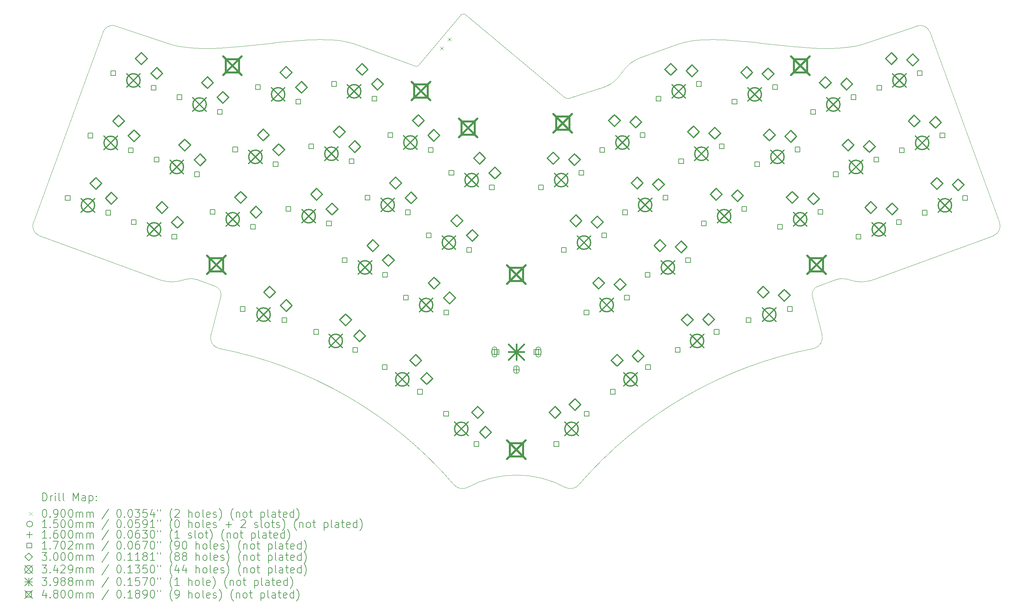
<source format=gbr>
%FSLAX45Y45*%
G04 Gerber Fmt 4.5, Leading zero omitted, Abs format (unit mm)*
G04 Created by KiCad (PCBNEW (6.0.0)) date 2023-05-15 23:43:21*
%MOMM*%
%LPD*%
G01*
G04 APERTURE LIST*
%ADD10C,0.050000*%
%TA.AperFunction,Profile*%
%ADD11C,0.050000*%
%TD*%
%ADD12C,0.200000*%
%ADD13C,0.090000*%
%ADD14C,0.150000*%
%ADD15C,0.160000*%
%ADD16C,0.170180*%
%ADD17C,0.300000*%
%ADD18C,0.342900*%
%ADD19C,0.398780*%
%ADD20C,0.480000*%
G04 APERTURE END LIST*
D10*
X15693936Y-6435485D02*
X15699617Y-6439941D01*
X15705396Y-6443949D01*
X15711256Y-6447528D01*
X15717178Y-6450699D01*
X15723144Y-6453482D01*
X15729136Y-6455897D01*
X15735135Y-6457964D01*
X15741124Y-6459703D01*
X15747082Y-6461135D01*
X15752994Y-6462279D01*
X15758839Y-6463156D01*
X15764600Y-6463785D01*
X15770259Y-6464188D01*
X15775796Y-6464384D01*
X15781195Y-6464392D01*
X15786436Y-6464235D01*
X15791501Y-6463930D01*
X15801031Y-6462963D01*
X15809639Y-6461651D01*
X15817176Y-6460157D01*
X15823498Y-6458640D01*
X15828458Y-6457262D01*
X15833705Y-6455569D01*
X15833936Y-6455485D01*
D11*
X26664013Y-9973841D02*
X23632056Y-11082459D01*
X25039224Y-4768032D02*
X26820723Y-9637246D01*
X18600000Y-5070000D02*
X17580000Y-5440000D01*
X2111277Y-9637246D02*
X3892776Y-4768032D01*
X13036262Y-4338738D02*
X11968037Y-5606895D01*
D10*
X22620000Y-11100000D02*
X22652130Y-11089952D01*
X22682979Y-11082198D01*
X22712671Y-11076568D01*
X22741332Y-11072895D01*
X22769086Y-11071012D01*
X22796058Y-11070749D01*
X22822374Y-11071939D01*
X22848157Y-11074413D01*
X22873533Y-11078005D01*
X22898627Y-11082546D01*
X22923564Y-11087867D01*
X22948468Y-11093802D01*
X22973464Y-11100181D01*
X22998678Y-11106837D01*
X23024234Y-11113602D01*
X23050257Y-11120307D01*
X23076872Y-11126786D01*
X23104204Y-11132869D01*
X23132377Y-11138389D01*
X23161518Y-11143178D01*
X23191749Y-11147068D01*
X23223197Y-11149891D01*
X23255987Y-11151478D01*
X23290242Y-11151662D01*
X23326089Y-11150275D01*
X23363652Y-11147149D01*
X23403055Y-11142115D01*
X23444424Y-11135007D01*
X23487884Y-11125655D01*
X23533559Y-11113891D01*
X23581575Y-11099549D01*
X23632056Y-11082459D01*
D11*
X26664013Y-9973841D02*
G75*
G03*
X26820723Y-9637246I-89955J246658D01*
G01*
X22070000Y-12860000D02*
G75*
G03*
X22279522Y-12509954I-64214J276164D01*
G01*
X15730000Y-16420000D02*
G75*
G03*
X16060000Y-16350000I116382J264198D01*
G01*
X4229371Y-4611323D02*
X5600000Y-5070000D01*
X15730000Y-16420000D02*
G75*
G03*
X13202000Y-16420000I-1264000J-2313266D01*
G01*
X12872000Y-16350000D02*
G75*
G03*
X6862000Y-12860000I-8017942J-6887603D01*
G01*
X6652478Y-12509954D02*
X6896531Y-11551876D01*
X6652478Y-12509954D02*
G75*
G03*
X6862000Y-12860000I273736J-73882D01*
G01*
X11864167Y-5630495D02*
X10332000Y-5070000D01*
X22035469Y-11551876D02*
X22279522Y-12509954D01*
D10*
X10332000Y-5070000D02*
X10221498Y-5036794D01*
X10104395Y-5010015D01*
X9981110Y-4989234D01*
X9852063Y-4974023D01*
X9717671Y-4963954D01*
X9578355Y-4958599D01*
X9434534Y-4957527D01*
X9286625Y-4960313D01*
X9135048Y-4966525D01*
X8980223Y-4975737D01*
X8822567Y-4987520D01*
X8662500Y-5001445D01*
X8500441Y-5017084D01*
X8336808Y-5034009D01*
X8172022Y-5051790D01*
X8006500Y-5070000D01*
X7840662Y-5088210D01*
X7674926Y-5105991D01*
X7509711Y-5122916D01*
X7345437Y-5138555D01*
X7182523Y-5152480D01*
X7021387Y-5164263D01*
X6862448Y-5173475D01*
X6706125Y-5179688D01*
X6552837Y-5182473D01*
X6403004Y-5181401D01*
X6257043Y-5176046D01*
X6115375Y-5165977D01*
X5978417Y-5150766D01*
X5846590Y-5129985D01*
X5720311Y-5103206D01*
X5600000Y-5070000D01*
X17580000Y-5440000D02*
X17538253Y-5460173D01*
X17499146Y-5481267D01*
X17462507Y-5503207D01*
X17428164Y-5525918D01*
X17395945Y-5549325D01*
X17365679Y-5573352D01*
X17337192Y-5597925D01*
X17310313Y-5622969D01*
X17284869Y-5648408D01*
X17260688Y-5674167D01*
X17237599Y-5700172D01*
X17215430Y-5726348D01*
X17194007Y-5752618D01*
X17173159Y-5778909D01*
X17152714Y-5805144D01*
X17132500Y-5831250D01*
X17112344Y-5857150D01*
X17092075Y-5882771D01*
X17071520Y-5908036D01*
X17050508Y-5932871D01*
X17028865Y-5957201D01*
X17006421Y-5980950D01*
X16983002Y-6004043D01*
X16958438Y-6026406D01*
X16932554Y-6047963D01*
X16905181Y-6068640D01*
X16876144Y-6088361D01*
X16845273Y-6107051D01*
X16812396Y-6124635D01*
X16777339Y-6141037D01*
X16739931Y-6156184D01*
X16700000Y-6170000D01*
D11*
X5299944Y-11082459D02*
X2267987Y-9973841D01*
X2111278Y-9637246D02*
G75*
G03*
X2267987Y-9973841I246664J-89937D01*
G01*
X23332000Y-5070000D02*
X24702629Y-4611323D01*
X16700000Y-6170000D02*
X15833936Y-6455485D01*
D10*
X6312000Y-11100000D02*
X6279870Y-11089952D01*
X6249021Y-11082198D01*
X6219329Y-11076568D01*
X6190668Y-11072895D01*
X6162914Y-11071012D01*
X6135941Y-11070749D01*
X6109626Y-11071939D01*
X6083843Y-11074413D01*
X6058467Y-11078005D01*
X6033373Y-11082546D01*
X6008436Y-11087867D01*
X5983532Y-11093802D01*
X5958536Y-11100181D01*
X5933322Y-11106837D01*
X5907766Y-11113602D01*
X5881743Y-11120307D01*
X5855128Y-11126786D01*
X5827796Y-11132869D01*
X5799622Y-11138389D01*
X5770482Y-11143178D01*
X5740251Y-11147068D01*
X5708802Y-11149891D01*
X5676013Y-11151478D01*
X5641757Y-11151662D01*
X5605911Y-11150275D01*
X5568348Y-11147149D01*
X5528945Y-11142115D01*
X5487576Y-11135007D01*
X5444116Y-11125655D01*
X5398440Y-11113891D01*
X5350425Y-11099549D01*
X5299944Y-11082459D01*
X11864167Y-5630495D02*
X11872874Y-5632923D01*
X11881255Y-5634722D01*
X11889318Y-5635915D01*
X11897068Y-5636525D01*
X11904513Y-5636576D01*
X11911658Y-5636091D01*
X11918510Y-5635093D01*
X11925075Y-5633605D01*
X11931359Y-5631652D01*
X11937370Y-5629256D01*
X11943113Y-5626441D01*
X11948594Y-5623230D01*
X11953821Y-5619647D01*
X11958800Y-5615714D01*
X11963536Y-5611456D01*
X11968037Y-5606895D01*
D11*
X22070000Y-12860000D02*
G75*
G03*
X16060000Y-16350000I2007942J-10377602D01*
G01*
D10*
X18600000Y-5070000D02*
X18710502Y-5036794D01*
X18827605Y-5010015D01*
X18950890Y-4989234D01*
X19079938Y-4974023D01*
X19214329Y-4963954D01*
X19353645Y-4958599D01*
X19497466Y-4957527D01*
X19645375Y-4960313D01*
X19796952Y-4966525D01*
X19951777Y-4975737D01*
X20109433Y-4987520D01*
X20269500Y-5001445D01*
X20431559Y-5017084D01*
X20595191Y-5034009D01*
X20759978Y-5051790D01*
X20925500Y-5070000D01*
X21091338Y-5088210D01*
X21257074Y-5105991D01*
X21422289Y-5122916D01*
X21586563Y-5138555D01*
X21749477Y-5152480D01*
X21910613Y-5164263D01*
X22069552Y-5173475D01*
X22225875Y-5179688D01*
X22379162Y-5182473D01*
X22528996Y-5181401D01*
X22674956Y-5176046D01*
X22816625Y-5165977D01*
X22953582Y-5150766D01*
X23085410Y-5129985D01*
X23211689Y-5103206D01*
X23332000Y-5070000D01*
D11*
X22190000Y-11260000D02*
X22620000Y-11100000D01*
X25039224Y-4768032D02*
G75*
G03*
X24702629Y-4611323I-246658J-89955D01*
G01*
D10*
X22190000Y-11260000D02*
X22179778Y-11263897D01*
X22169747Y-11268091D01*
X22159924Y-11272586D01*
X22150323Y-11277386D01*
X22140961Y-11282495D01*
X22131852Y-11287918D01*
X22123014Y-11293657D01*
X22114460Y-11299717D01*
X22106208Y-11306102D01*
X22098272Y-11312816D01*
X22090669Y-11319863D01*
X22083413Y-11327247D01*
X22076521Y-11334972D01*
X22070009Y-11343043D01*
X22063891Y-11351462D01*
X22058184Y-11360234D01*
X22052902Y-11369364D01*
X22048063Y-11378854D01*
X22043681Y-11388710D01*
X22039773Y-11398934D01*
X22036353Y-11409532D01*
X22033437Y-11420507D01*
X22031042Y-11431863D01*
X22029182Y-11443604D01*
X22027874Y-11455734D01*
X22027133Y-11468257D01*
X22026974Y-11481177D01*
X22027414Y-11494499D01*
X22028467Y-11508225D01*
X22030151Y-11522361D01*
X22032479Y-11536910D01*
X22035469Y-11551876D01*
D11*
X15693936Y-6435485D02*
X13175000Y-4325000D01*
X13175000Y-4325000D02*
G75*
G03*
X13036262Y-4338738I-62500J-76238D01*
G01*
D10*
X6742000Y-11260000D02*
X6752222Y-11263897D01*
X6762252Y-11268091D01*
X6772076Y-11272586D01*
X6781677Y-11277386D01*
X6791039Y-11282495D01*
X6800147Y-11287918D01*
X6808986Y-11293657D01*
X6817539Y-11299717D01*
X6825792Y-11306102D01*
X6833728Y-11312816D01*
X6841331Y-11319863D01*
X6848587Y-11327247D01*
X6855478Y-11334972D01*
X6861991Y-11343043D01*
X6868109Y-11351462D01*
X6873816Y-11360234D01*
X6879097Y-11369364D01*
X6883937Y-11378854D01*
X6888319Y-11388710D01*
X6892227Y-11398934D01*
X6895647Y-11409532D01*
X6898563Y-11420507D01*
X6900958Y-11431863D01*
X6902818Y-11443604D01*
X6904126Y-11455734D01*
X6904867Y-11468257D01*
X6905026Y-11481177D01*
X6904586Y-11494499D01*
X6903532Y-11508225D01*
X6901849Y-11522361D01*
X6899521Y-11536910D01*
X6896531Y-11551876D01*
D11*
X4229371Y-4611323D02*
G75*
G03*
X3892776Y-4768032I-89937J-246664D01*
G01*
X6312000Y-11100000D02*
X6742000Y-11260000D01*
X12872000Y-16350000D02*
G75*
G03*
X13202000Y-16420000I213618J194198D01*
G01*
D12*
D13*
X12513302Y-5139136D02*
X12603302Y-5229136D01*
X12603302Y-5139136D02*
X12513302Y-5229136D01*
X12706139Y-4909323D02*
X12796139Y-4999323D01*
X12796139Y-4909323D02*
X12706139Y-4999323D01*
D14*
X13981000Y-12950000D02*
G75*
G03*
X13981000Y-12950000I-75000J0D01*
G01*
D12*
X13971000Y-13015000D02*
X13971000Y-12885000D01*
X13841000Y-13015000D02*
X13841000Y-12885000D01*
X13971000Y-12885000D02*
G75*
G03*
X13841000Y-12885000I-65000J0D01*
G01*
X13841000Y-13015000D02*
G75*
G03*
X13971000Y-13015000I65000J0D01*
G01*
D14*
X15101000Y-12950000D02*
G75*
G03*
X15101000Y-12950000I-75000J0D01*
G01*
D12*
X15091000Y-13015000D02*
X15091000Y-12885000D01*
X14961000Y-13015000D02*
X14961000Y-12885000D01*
X15091000Y-12885000D02*
G75*
G03*
X14961000Y-12885000I-65000J0D01*
G01*
X14961000Y-13015000D02*
G75*
G03*
X15091000Y-13015000I65000J0D01*
G01*
D15*
X14466000Y-13320000D02*
X14466000Y-13480000D01*
X14386000Y-13400000D02*
X14546000Y-13400000D01*
D12*
X14536000Y-13430000D02*
X14536000Y-13370000D01*
X14396000Y-13430000D02*
X14396000Y-13370000D01*
X14536000Y-13370000D02*
G75*
G03*
X14396000Y-13370000I-70000J0D01*
G01*
X14396000Y-13430000D02*
G75*
G03*
X14536000Y-13430000I70000J0D01*
G01*
D16*
X3051466Y-9070826D02*
X3051466Y-8950489D01*
X2931130Y-8950489D01*
X2931130Y-9070826D01*
X3051466Y-9070826D01*
X3632901Y-7473348D02*
X3632901Y-7353011D01*
X3512564Y-7353011D01*
X3512564Y-7473348D01*
X3632901Y-7473348D01*
X4085128Y-9447048D02*
X4085128Y-9326711D01*
X3964791Y-9326711D01*
X3964791Y-9447048D01*
X4085128Y-9447048D01*
X4214335Y-5875871D02*
X4214335Y-5755534D01*
X4093998Y-5755534D01*
X4093998Y-5875871D01*
X4214335Y-5875871D01*
X4666562Y-7849570D02*
X4666562Y-7729234D01*
X4546226Y-7729234D01*
X4546226Y-7849570D01*
X4666562Y-7849570D01*
X4742955Y-9686431D02*
X4742955Y-9566095D01*
X4622618Y-9566095D01*
X4622618Y-9686431D01*
X4742955Y-9686431D01*
X5247997Y-6252093D02*
X5247997Y-6131756D01*
X5127660Y-6131756D01*
X5127660Y-6252093D01*
X5247997Y-6252093D01*
X5324389Y-8088954D02*
X5324389Y-7968617D01*
X5204053Y-7968617D01*
X5204053Y-8088954D01*
X5324389Y-8088954D01*
X5776617Y-10062653D02*
X5776617Y-9942317D01*
X5656280Y-9942317D01*
X5656280Y-10062653D01*
X5776617Y-10062653D01*
X5905823Y-6491476D02*
X5905823Y-6371140D01*
X5785487Y-6371140D01*
X5785487Y-6491476D01*
X5905823Y-6491476D01*
X6358051Y-8465176D02*
X6358051Y-8344839D01*
X6237714Y-8344839D01*
X6237714Y-8465176D01*
X6358051Y-8465176D01*
X6752820Y-9427247D02*
X6752820Y-9306910D01*
X6632483Y-9306910D01*
X6632483Y-9427247D01*
X6752820Y-9427247D01*
X6939485Y-6867698D02*
X6939485Y-6747362D01*
X6819148Y-6747362D01*
X6819148Y-6867698D01*
X6939485Y-6867698D01*
X7334254Y-7829769D02*
X7334254Y-7709433D01*
X7213918Y-7709433D01*
X7213918Y-7829769D01*
X7334254Y-7829769D01*
X7528510Y-11911168D02*
X7528510Y-11790831D01*
X7408174Y-11790831D01*
X7408174Y-11911168D01*
X7528510Y-11911168D01*
X7786482Y-9803469D02*
X7786482Y-9683132D01*
X7666145Y-9683132D01*
X7666145Y-9803469D01*
X7786482Y-9803469D01*
X7915689Y-6232292D02*
X7915689Y-6111955D01*
X7795352Y-6111955D01*
X7795352Y-6232292D01*
X7915689Y-6232292D01*
X8367916Y-8205991D02*
X8367916Y-8085655D01*
X8247579Y-8085655D01*
X8247579Y-8205991D01*
X8367916Y-8205991D01*
X8591029Y-12195869D02*
X8591029Y-12075532D01*
X8470692Y-12075532D01*
X8470692Y-12195869D01*
X8591029Y-12195869D01*
X8696837Y-9348809D02*
X8696837Y-9228472D01*
X8576501Y-9228472D01*
X8576501Y-9348809D01*
X8696837Y-9348809D01*
X8949350Y-6608514D02*
X8949350Y-6488177D01*
X8829014Y-6488177D01*
X8829014Y-6608514D01*
X8949350Y-6608514D01*
X9278271Y-7751331D02*
X9278271Y-7630994D01*
X9157935Y-7630994D01*
X9157935Y-7751331D01*
X9278271Y-7751331D01*
X9407432Y-12494277D02*
X9407432Y-12373941D01*
X9287096Y-12373941D01*
X9287096Y-12494277D01*
X9407432Y-12494277D01*
X9730499Y-9725031D02*
X9730499Y-9604694D01*
X9610162Y-9604694D01*
X9610162Y-9725031D01*
X9730499Y-9725031D01*
X9859706Y-6153854D02*
X9859706Y-6033517D01*
X9739369Y-6033517D01*
X9739369Y-6153854D01*
X9859706Y-6153854D01*
X10135682Y-10658508D02*
X10135682Y-10538171D01*
X10015345Y-10538171D01*
X10015345Y-10658508D01*
X10135682Y-10658508D01*
X10311933Y-8127553D02*
X10311933Y-8007217D01*
X10191597Y-8007217D01*
X10191597Y-8127553D01*
X10311933Y-8127553D01*
X10404371Y-12959157D02*
X10404371Y-12838821D01*
X10284034Y-12838821D01*
X10284034Y-12959157D01*
X10404371Y-12959157D01*
X10717116Y-9061030D02*
X10717116Y-8940694D01*
X10596780Y-8940694D01*
X10596780Y-9061030D01*
X10717116Y-9061030D01*
X10893367Y-6530076D02*
X10893367Y-6409739D01*
X10773031Y-6409739D01*
X10773031Y-6530076D01*
X10893367Y-6530076D01*
X11158023Y-13395576D02*
X11158023Y-13275239D01*
X11037686Y-13275239D01*
X11037686Y-13395576D01*
X11158023Y-13395576D01*
X11169344Y-11034730D02*
X11169344Y-10914393D01*
X11049007Y-10914393D01*
X11049007Y-11034730D01*
X11169344Y-11034730D01*
X11298550Y-7463553D02*
X11298550Y-7343216D01*
X11178214Y-7343216D01*
X11178214Y-7463553D01*
X11298550Y-7463553D01*
X11701001Y-11620697D02*
X11701001Y-11500361D01*
X11580665Y-11500361D01*
X11580665Y-11620697D01*
X11701001Y-11620697D01*
X11750778Y-9437252D02*
X11750778Y-9316916D01*
X11630441Y-9316916D01*
X11630441Y-9437252D01*
X11750778Y-9437252D01*
X12059090Y-14026510D02*
X12059090Y-13906173D01*
X11938753Y-13906173D01*
X11938753Y-14026510D01*
X12059090Y-14026510D01*
X12282436Y-10023220D02*
X12282436Y-9902883D01*
X12162099Y-9902883D01*
X12162099Y-10023220D01*
X12282436Y-10023220D01*
X12332212Y-7839775D02*
X12332212Y-7719438D01*
X12211876Y-7719438D01*
X12211876Y-7839775D01*
X12332212Y-7839775D01*
X12727523Y-14586840D02*
X12727523Y-14466504D01*
X12607186Y-14466504D01*
X12607186Y-14586840D01*
X12727523Y-14586840D01*
X12734663Y-11996920D02*
X12734663Y-11876583D01*
X12614327Y-11876583D01*
X12614327Y-11996920D01*
X12734663Y-11996920D01*
X12863870Y-8425743D02*
X12863870Y-8305406D01*
X12743533Y-8305406D01*
X12743533Y-8425743D01*
X12863870Y-8425743D01*
X13316097Y-10399442D02*
X13316097Y-10279106D01*
X13195761Y-10279106D01*
X13195761Y-10399442D01*
X13316097Y-10399442D01*
X13505340Y-15364658D02*
X13505340Y-15244321D01*
X13385004Y-15244321D01*
X13385004Y-15364658D01*
X13505340Y-15364658D01*
X13897532Y-8801965D02*
X13897532Y-8681628D01*
X13777195Y-8681628D01*
X13777195Y-8801965D01*
X13897532Y-8801965D01*
X14018168Y-13010168D02*
X14018168Y-12889832D01*
X13897832Y-12889832D01*
X13897832Y-13010168D01*
X14018168Y-13010168D01*
X15034168Y-13010168D02*
X15034168Y-12889832D01*
X14913832Y-12889832D01*
X14913832Y-13010168D01*
X15034168Y-13010168D01*
X15154827Y-8801998D02*
X15154827Y-8681662D01*
X15034491Y-8681662D01*
X15034491Y-8801998D01*
X15154827Y-8801998D01*
X15546922Y-15364708D02*
X15546922Y-15244371D01*
X15426585Y-15244371D01*
X15426585Y-15364708D01*
X15546922Y-15364708D01*
X15736261Y-10399476D02*
X15736261Y-10279139D01*
X15615925Y-10279139D01*
X15615925Y-10399476D01*
X15736261Y-10399476D01*
X16188489Y-8425776D02*
X16188489Y-8305439D01*
X16068152Y-8305439D01*
X16068152Y-8425776D01*
X16188489Y-8425776D01*
X16317696Y-11996953D02*
X16317696Y-11876616D01*
X16197359Y-11876616D01*
X16197359Y-11996953D01*
X16317696Y-11996953D01*
X16324739Y-14586890D02*
X16324739Y-14466554D01*
X16204403Y-14466554D01*
X16204403Y-14586890D01*
X16324739Y-14586890D01*
X16720147Y-7839808D02*
X16720147Y-7719472D01*
X16599810Y-7719472D01*
X16599810Y-7839808D01*
X16720147Y-7839808D01*
X16769923Y-10023253D02*
X16769923Y-9902917D01*
X16649587Y-9902917D01*
X16649587Y-10023253D01*
X16769923Y-10023253D01*
X16992530Y-14026616D02*
X16992530Y-13906279D01*
X16872194Y-13906279D01*
X16872194Y-14026616D01*
X16992530Y-14026616D01*
X17301581Y-9437286D02*
X17301581Y-9316949D01*
X17181244Y-9316949D01*
X17181244Y-9437286D01*
X17301581Y-9437286D01*
X17351358Y-11620731D02*
X17351358Y-11500394D01*
X17231021Y-11500394D01*
X17231021Y-11620731D01*
X17351358Y-11620731D01*
X17753809Y-7463586D02*
X17753809Y-7343250D01*
X17633472Y-7343250D01*
X17633472Y-7463586D01*
X17753809Y-7463586D01*
X17883015Y-11034763D02*
X17883015Y-10914427D01*
X17762679Y-10914427D01*
X17762679Y-11034763D01*
X17883015Y-11034763D01*
X17893598Y-13395682D02*
X17893598Y-13275345D01*
X17773261Y-13275345D01*
X17773261Y-13395682D01*
X17893598Y-13395682D01*
X18158932Y-6530032D02*
X18158932Y-6409695D01*
X18038595Y-6409695D01*
X18038595Y-6530032D01*
X18158932Y-6530032D01*
X18335243Y-9061064D02*
X18335243Y-8940727D01*
X18214906Y-8940727D01*
X18214906Y-9061064D01*
X18335243Y-9061064D01*
X18647856Y-12959210D02*
X18647856Y-12838874D01*
X18527519Y-12838874D01*
X18527519Y-12959210D01*
X18647856Y-12959210D01*
X18740366Y-8127509D02*
X18740366Y-8007173D01*
X18620029Y-8007173D01*
X18620029Y-8127509D01*
X18740366Y-8127509D01*
X18916677Y-10658541D02*
X18916677Y-10538205D01*
X18796340Y-10538205D01*
X18796340Y-10658541D01*
X18916677Y-10658541D01*
X19192593Y-6153810D02*
X19192593Y-6033473D01*
X19072257Y-6033473D01*
X19072257Y-6153810D01*
X19192593Y-6153810D01*
X19321800Y-9724987D02*
X19321800Y-9604650D01*
X19201464Y-9604650D01*
X19201464Y-9724987D01*
X19321800Y-9724987D01*
X19644795Y-12494330D02*
X19644795Y-12373994D01*
X19524458Y-12373994D01*
X19524458Y-12494330D01*
X19644795Y-12494330D01*
X19774028Y-7751287D02*
X19774028Y-7630950D01*
X19653691Y-7630950D01*
X19653691Y-7751287D01*
X19774028Y-7751287D01*
X20103009Y-6608547D02*
X20103009Y-6488211D01*
X19982672Y-6488211D01*
X19982672Y-6608547D01*
X20103009Y-6608547D01*
X20355462Y-9348765D02*
X20355462Y-9228428D01*
X20235125Y-9228428D01*
X20235125Y-9348765D01*
X20355462Y-9348765D01*
X20461533Y-12195893D02*
X20461533Y-12075556D01*
X20341197Y-12075556D01*
X20341197Y-12195893D01*
X20461533Y-12195893D01*
X20684443Y-8206025D02*
X20684443Y-8085688D01*
X20564106Y-8085688D01*
X20564106Y-8206025D01*
X20684443Y-8206025D01*
X21136670Y-6232325D02*
X21136670Y-6111989D01*
X21016334Y-6111989D01*
X21016334Y-6232325D01*
X21136670Y-6232325D01*
X21265877Y-9803502D02*
X21265877Y-9683166D01*
X21145540Y-9683166D01*
X21145540Y-9803502D01*
X21265877Y-9803502D01*
X21524052Y-11911192D02*
X21524052Y-11790855D01*
X21403715Y-11790855D01*
X21403715Y-11911192D01*
X21524052Y-11911192D01*
X21718105Y-7829803D02*
X21718105Y-7709466D01*
X21597768Y-7709466D01*
X21597768Y-7829803D01*
X21718105Y-7829803D01*
X22112874Y-6867732D02*
X22112874Y-6747395D01*
X21992537Y-6747395D01*
X21992537Y-6867732D01*
X22112874Y-6867732D01*
X22299539Y-9427280D02*
X22299539Y-9306944D01*
X22179202Y-9306944D01*
X22179202Y-9427280D01*
X22299539Y-9427280D01*
X22694308Y-8465209D02*
X22694308Y-8344873D01*
X22573971Y-8344873D01*
X22573971Y-8465209D01*
X22694308Y-8465209D01*
X23146535Y-6491510D02*
X23146535Y-6371173D01*
X23026199Y-6371173D01*
X23026199Y-6491510D01*
X23146535Y-6491510D01*
X23275742Y-10062687D02*
X23275742Y-9942350D01*
X23155406Y-9942350D01*
X23155406Y-10062687D01*
X23275742Y-10062687D01*
X23727970Y-8088987D02*
X23727970Y-7968651D01*
X23607633Y-7968651D01*
X23607633Y-8088987D01*
X23727970Y-8088987D01*
X23804123Y-6251469D02*
X23804123Y-6131132D01*
X23683786Y-6131132D01*
X23683786Y-6251469D01*
X23804123Y-6251469D01*
X24309404Y-9686465D02*
X24309404Y-9566128D01*
X24189067Y-9566128D01*
X24189067Y-9686465D01*
X24309404Y-9686465D01*
X24385557Y-7848946D02*
X24385557Y-7728609D01*
X24265221Y-7728609D01*
X24265221Y-7848946D01*
X24385557Y-7848946D01*
X24837785Y-5875246D02*
X24837785Y-5754910D01*
X24717448Y-5754910D01*
X24717448Y-5875246D01*
X24837785Y-5875246D01*
X24966991Y-9446424D02*
X24966991Y-9326087D01*
X24846655Y-9326087D01*
X24846655Y-9446424D01*
X24966991Y-9446424D01*
X25419219Y-7472724D02*
X25419219Y-7352387D01*
X25298882Y-7352387D01*
X25298882Y-7472724D01*
X25419219Y-7472724D01*
X26000653Y-9070201D02*
X26000653Y-8949865D01*
X25880317Y-8949865D01*
X25880317Y-9070201D01*
X26000653Y-9070201D01*
D17*
X3711631Y-8789651D02*
X3861631Y-8639651D01*
X3711631Y-8489651D01*
X3561631Y-8639651D01*
X3711631Y-8789651D01*
X4106233Y-9167394D02*
X4256233Y-9017394D01*
X4106233Y-8867394D01*
X3956233Y-9017394D01*
X4106233Y-9167394D01*
X4293065Y-7192174D02*
X4443065Y-7042174D01*
X4293065Y-6892174D01*
X4143065Y-7042174D01*
X4293065Y-7192174D01*
X4687667Y-7569916D02*
X4837667Y-7419916D01*
X4687667Y-7269916D01*
X4537667Y-7419916D01*
X4687667Y-7569916D01*
X4874499Y-5594696D02*
X5024499Y-5444696D01*
X4874499Y-5294696D01*
X4724499Y-5444696D01*
X4874499Y-5594696D01*
X5269101Y-5972439D02*
X5419101Y-5822439D01*
X5269101Y-5672439D01*
X5119101Y-5822439D01*
X5269101Y-5972439D01*
X5403119Y-9405257D02*
X5553119Y-9255257D01*
X5403119Y-9105257D01*
X5253119Y-9255257D01*
X5403119Y-9405257D01*
X5797721Y-9782999D02*
X5947721Y-9632999D01*
X5797721Y-9482999D01*
X5647721Y-9632999D01*
X5797721Y-9782999D01*
X5984554Y-7807779D02*
X6134554Y-7657779D01*
X5984554Y-7507779D01*
X5834554Y-7657779D01*
X5984554Y-7807779D01*
X6379156Y-8185522D02*
X6529156Y-8035522D01*
X6379156Y-7885522D01*
X6229156Y-8035522D01*
X6379156Y-8185522D01*
X6565988Y-6210302D02*
X6715988Y-6060302D01*
X6565988Y-5910302D01*
X6415988Y-6060302D01*
X6565988Y-6210302D01*
X6960590Y-6588044D02*
X7110590Y-6438044D01*
X6960590Y-6288044D01*
X6810590Y-6438044D01*
X6960590Y-6588044D01*
X7412985Y-9146072D02*
X7562985Y-8996072D01*
X7412985Y-8846072D01*
X7262985Y-8996072D01*
X7412985Y-9146072D01*
X7807587Y-9523815D02*
X7957587Y-9373815D01*
X7807587Y-9223815D01*
X7657587Y-9373815D01*
X7807587Y-9523815D01*
X7994419Y-7548595D02*
X8144419Y-7398595D01*
X7994419Y-7248595D01*
X7844419Y-7398595D01*
X7994419Y-7548595D01*
X8153598Y-11568624D02*
X8303598Y-11418624D01*
X8153598Y-11268624D01*
X8003598Y-11418624D01*
X8153598Y-11568624D01*
X8389021Y-7926337D02*
X8539021Y-7776337D01*
X8389021Y-7626337D01*
X8239021Y-7776337D01*
X8389021Y-7926337D01*
X8575853Y-5951117D02*
X8725853Y-5801117D01*
X8575853Y-5651117D01*
X8425853Y-5801117D01*
X8575853Y-5951117D01*
X8579621Y-11910538D02*
X8729621Y-11760538D01*
X8579621Y-11610538D01*
X8429621Y-11760538D01*
X8579621Y-11910538D01*
X8970455Y-6328860D02*
X9120455Y-6178860D01*
X8970455Y-6028860D01*
X8820455Y-6178860D01*
X8970455Y-6328860D01*
X9357002Y-9067634D02*
X9507002Y-8917634D01*
X9357002Y-8767634D01*
X9207002Y-8917634D01*
X9357002Y-9067634D01*
X9751604Y-9445377D02*
X9901604Y-9295377D01*
X9751604Y-9145377D01*
X9601604Y-9295377D01*
X9751604Y-9445377D01*
X9938436Y-7470157D02*
X10088436Y-7320157D01*
X9938436Y-7170157D01*
X9788436Y-7320157D01*
X9938436Y-7470157D01*
X10097191Y-12277296D02*
X10247191Y-12127296D01*
X10097191Y-11977296D01*
X9947191Y-12127296D01*
X10097191Y-12277296D01*
X10333038Y-7847899D02*
X10483038Y-7697899D01*
X10333038Y-7547899D01*
X10183038Y-7697899D01*
X10333038Y-7847899D01*
X10457369Y-12687993D02*
X10607369Y-12537993D01*
X10457369Y-12387993D01*
X10307369Y-12537993D01*
X10457369Y-12687993D01*
X10519870Y-5872679D02*
X10669870Y-5722679D01*
X10519870Y-5572679D01*
X10369870Y-5722679D01*
X10519870Y-5872679D01*
X10795847Y-10377333D02*
X10945847Y-10227333D01*
X10795847Y-10077333D01*
X10645847Y-10227333D01*
X10795847Y-10377333D01*
X10914472Y-6250422D02*
X11064472Y-6100422D01*
X10914472Y-5950422D01*
X10764472Y-6100422D01*
X10914472Y-6250422D01*
X11190448Y-10755076D02*
X11340448Y-10605076D01*
X11190448Y-10455076D01*
X11040449Y-10605076D01*
X11190448Y-10755076D01*
X11377281Y-8779856D02*
X11527281Y-8629856D01*
X11377281Y-8479856D01*
X11227281Y-8629856D01*
X11377281Y-8779856D01*
X11771883Y-9157598D02*
X11921883Y-9007598D01*
X11771883Y-8857598D01*
X11621883Y-9007598D01*
X11771883Y-9157598D01*
X11889666Y-13313479D02*
X12039666Y-13163479D01*
X11889666Y-13013479D01*
X11739666Y-13163479D01*
X11889666Y-13313479D01*
X11958715Y-7182378D02*
X12108715Y-7032378D01*
X11958715Y-6882378D01*
X11808715Y-7032378D01*
X11958715Y-7182378D01*
X12173055Y-13780480D02*
X12323055Y-13630480D01*
X12173055Y-13480480D01*
X12023055Y-13630480D01*
X12173055Y-13780480D01*
X12353317Y-7560121D02*
X12503317Y-7410121D01*
X12353317Y-7260121D01*
X12203317Y-7410121D01*
X12353317Y-7560121D01*
X12361166Y-11339523D02*
X12511166Y-11189523D01*
X12361166Y-11039523D01*
X12211166Y-11189523D01*
X12361166Y-11339523D01*
X12755768Y-11717265D02*
X12905768Y-11567265D01*
X12755768Y-11417265D01*
X12605768Y-11567265D01*
X12755768Y-11717265D01*
X12942600Y-9742046D02*
X13092600Y-9592046D01*
X12942600Y-9442046D01*
X12792600Y-9592046D01*
X12942600Y-9742046D01*
X13337202Y-10119788D02*
X13487202Y-9969788D01*
X13337202Y-9819788D01*
X13187202Y-9969788D01*
X13337202Y-10119788D01*
X13476992Y-14644852D02*
X13626992Y-14494852D01*
X13476992Y-14344852D01*
X13326992Y-14494852D01*
X13476992Y-14644852D01*
X13524035Y-8144568D02*
X13674035Y-7994568D01*
X13524035Y-7844568D01*
X13374035Y-7994568D01*
X13524035Y-8144568D01*
X13674982Y-15153969D02*
X13824982Y-15003969D01*
X13674982Y-14853969D01*
X13524982Y-15003969D01*
X13674982Y-15153969D01*
X13918636Y-8522311D02*
X14068636Y-8372311D01*
X13918636Y-8222311D01*
X13768636Y-8372311D01*
X13918636Y-8522311D01*
X15407988Y-8144602D02*
X15557988Y-7994602D01*
X15407988Y-7844602D01*
X15257988Y-7994602D01*
X15407988Y-8144602D01*
X15454934Y-14644902D02*
X15604934Y-14494902D01*
X15454934Y-14344902D01*
X15304934Y-14494902D01*
X15454934Y-14644902D01*
X15953079Y-8180324D02*
X16103079Y-8030324D01*
X15953079Y-7880324D01*
X15803079Y-8030324D01*
X15953079Y-8180324D01*
X15964050Y-14446912D02*
X16114050Y-14296912D01*
X15964050Y-14146912D01*
X15814050Y-14296912D01*
X15964050Y-14446912D01*
X15989422Y-9742079D02*
X16139422Y-9592079D01*
X15989422Y-9442079D01*
X15839422Y-9592079D01*
X15989422Y-9742079D01*
X16534513Y-9777801D02*
X16684513Y-9627801D01*
X16534513Y-9477801D01*
X16384513Y-9627801D01*
X16534513Y-9777801D01*
X16570856Y-11339556D02*
X16720856Y-11189556D01*
X16570856Y-11039557D01*
X16420856Y-11189556D01*
X16570856Y-11339556D01*
X16973307Y-7182412D02*
X17123307Y-7032412D01*
X16973307Y-6882412D01*
X16823307Y-7032412D01*
X16973307Y-7182412D01*
X17041618Y-13313585D02*
X17191618Y-13163585D01*
X17041618Y-13013585D01*
X16891618Y-13163585D01*
X17041618Y-13313585D01*
X17115947Y-11375279D02*
X17265947Y-11225279D01*
X17115947Y-11075279D01*
X16965947Y-11225279D01*
X17115947Y-11375279D01*
X17518398Y-7218134D02*
X17668398Y-7068134D01*
X17518398Y-6918134D01*
X17368398Y-7068134D01*
X17518398Y-7218134D01*
X17554742Y-8779889D02*
X17704742Y-8629889D01*
X17554742Y-8479889D01*
X17404742Y-8629889D01*
X17554742Y-8779889D01*
X17577381Y-13207010D02*
X17727381Y-13057010D01*
X17577381Y-12907010D01*
X17427381Y-13057010D01*
X17577381Y-13207010D01*
X18099832Y-8815612D02*
X18249832Y-8665612D01*
X18099832Y-8515612D01*
X17949832Y-8665612D01*
X18099832Y-8815612D01*
X18136176Y-10377367D02*
X18286176Y-10227367D01*
X18136176Y-10077367D01*
X17986176Y-10227367D01*
X18136176Y-10377367D01*
X18412092Y-5872635D02*
X18562092Y-5722635D01*
X18412092Y-5572635D01*
X18262092Y-5722635D01*
X18412092Y-5872635D01*
X18681267Y-10413089D02*
X18831267Y-10263089D01*
X18681267Y-10113089D01*
X18531267Y-10263089D01*
X18681267Y-10413089D01*
X18834699Y-12277349D02*
X18984699Y-12127349D01*
X18834699Y-11977349D01*
X18684699Y-12127349D01*
X18834699Y-12277349D01*
X18957183Y-5908358D02*
X19107183Y-5758358D01*
X18957183Y-5608358D01*
X18807183Y-5758358D01*
X18957183Y-5908358D01*
X18993526Y-7470113D02*
X19143526Y-7320113D01*
X18993526Y-7170113D01*
X18843526Y-7320113D01*
X18993526Y-7470113D01*
X19380829Y-12265428D02*
X19530829Y-12115428D01*
X19380829Y-11965428D01*
X19230829Y-12115428D01*
X19380829Y-12265428D01*
X19538617Y-7505835D02*
X19688617Y-7355835D01*
X19538617Y-7205835D01*
X19388617Y-7355835D01*
X19538617Y-7505835D01*
X19574961Y-9067590D02*
X19724961Y-8917590D01*
X19574961Y-8767590D01*
X19424961Y-8917590D01*
X19574961Y-9067590D01*
X20120052Y-9103313D02*
X20270052Y-8953313D01*
X20120052Y-8803313D01*
X19970052Y-8953313D01*
X20120052Y-9103313D01*
X20356169Y-5951151D02*
X20506169Y-5801151D01*
X20356169Y-5651151D01*
X20206169Y-5801151D01*
X20356169Y-5951151D01*
X20778627Y-11568648D02*
X20928627Y-11418648D01*
X20778627Y-11268648D01*
X20628627Y-11418648D01*
X20778627Y-11568648D01*
X20901260Y-5986873D02*
X21051260Y-5836873D01*
X20901260Y-5686873D01*
X20751260Y-5836873D01*
X20901260Y-5986873D01*
X20937603Y-7548628D02*
X21087603Y-7398628D01*
X20937603Y-7248628D01*
X20787603Y-7398628D01*
X20937603Y-7548628D01*
X21318530Y-11651742D02*
X21468530Y-11501742D01*
X21318530Y-11351742D01*
X21168530Y-11501742D01*
X21318530Y-11651742D01*
X21482694Y-7584351D02*
X21632694Y-7434351D01*
X21482694Y-7284351D01*
X21332694Y-7434351D01*
X21482694Y-7584351D01*
X21519038Y-9146106D02*
X21669038Y-8996106D01*
X21519038Y-8846106D01*
X21369038Y-8996106D01*
X21519038Y-9146106D01*
X22064128Y-9181828D02*
X22214128Y-9031828D01*
X22064128Y-8881828D01*
X21914128Y-9031828D01*
X22064128Y-9181828D01*
X22366034Y-6210335D02*
X22516034Y-6060335D01*
X22366034Y-5910335D01*
X22216034Y-6060335D01*
X22366034Y-6210335D01*
X22911125Y-6246058D02*
X23061125Y-6096058D01*
X22911125Y-5946058D01*
X22761125Y-6096058D01*
X22911125Y-6246058D01*
X22947469Y-7807813D02*
X23097469Y-7657813D01*
X22947469Y-7507813D01*
X22797469Y-7657813D01*
X22947469Y-7807813D01*
X23492559Y-7843535D02*
X23642559Y-7693535D01*
X23492559Y-7543535D01*
X23342559Y-7693535D01*
X23492559Y-7843535D01*
X23528903Y-9405290D02*
X23678903Y-9255290D01*
X23528903Y-9105290D01*
X23378903Y-9255290D01*
X23528903Y-9405290D01*
X24057284Y-5594072D02*
X24207284Y-5444072D01*
X24057284Y-5294072D01*
X23907284Y-5444072D01*
X24057284Y-5594072D01*
X24073994Y-9441013D02*
X24223994Y-9291013D01*
X24073994Y-9141013D01*
X23923994Y-9291013D01*
X24073994Y-9441013D01*
X24602374Y-5629794D02*
X24752374Y-5479794D01*
X24602374Y-5329794D01*
X24452374Y-5479794D01*
X24602374Y-5629794D01*
X24638718Y-7191549D02*
X24788718Y-7041549D01*
X24638718Y-6891549D01*
X24488718Y-7041549D01*
X24638718Y-7191549D01*
X25183809Y-7227272D02*
X25333809Y-7077272D01*
X25183809Y-6927272D01*
X25033809Y-7077272D01*
X25183809Y-7227272D01*
X25220152Y-8789027D02*
X25370152Y-8639027D01*
X25220152Y-8489027D01*
X25070152Y-8639027D01*
X25220152Y-8789027D01*
X25765243Y-8824749D02*
X25915243Y-8674749D01*
X25765243Y-8524749D01*
X25615243Y-8674749D01*
X25765243Y-8824749D01*
D18*
X3336679Y-9027318D02*
X3679579Y-9370218D01*
X3679579Y-9027318D02*
X3336679Y-9370218D01*
X3679579Y-9198768D02*
G75*
G03*
X3679579Y-9198768I-171450J0D01*
G01*
X3918113Y-7429841D02*
X4261013Y-7772741D01*
X4261013Y-7429841D02*
X3918113Y-7772741D01*
X4261013Y-7601291D02*
G75*
G03*
X4261013Y-7601291I-171450J0D01*
G01*
X4499547Y-5832363D02*
X4842447Y-6175263D01*
X4842447Y-5832363D02*
X4499547Y-6175263D01*
X4842447Y-6003813D02*
G75*
G03*
X4842447Y-6003813I-171450J0D01*
G01*
X5028167Y-9642924D02*
X5371067Y-9985824D01*
X5371067Y-9642924D02*
X5028167Y-9985824D01*
X5371067Y-9814374D02*
G75*
G03*
X5371067Y-9814374I-171450J0D01*
G01*
X5609602Y-8045446D02*
X5952502Y-8388346D01*
X5952502Y-8045446D02*
X5609602Y-8388346D01*
X5952502Y-8216896D02*
G75*
G03*
X5952502Y-8216896I-171450J0D01*
G01*
X6191036Y-6447969D02*
X6533936Y-6790869D01*
X6533936Y-6447969D02*
X6191036Y-6790869D01*
X6533936Y-6619419D02*
G75*
G03*
X6533936Y-6619419I-171450J0D01*
G01*
X7038033Y-9383739D02*
X7380933Y-9726639D01*
X7380933Y-9383739D02*
X7038033Y-9726639D01*
X7380933Y-9555189D02*
G75*
G03*
X7380933Y-9555189I-171450J0D01*
G01*
X7619467Y-7786262D02*
X7962367Y-8129162D01*
X7962367Y-7786262D02*
X7619467Y-8129162D01*
X7962367Y-7957712D02*
G75*
G03*
X7962367Y-7957712I-171450J0D01*
G01*
X7828151Y-11821900D02*
X8171051Y-12164800D01*
X8171051Y-11821900D02*
X7828151Y-12164800D01*
X8171051Y-11993350D02*
G75*
G03*
X8171051Y-11993350I-171450J0D01*
G01*
X8200901Y-6188784D02*
X8543801Y-6531684D01*
X8543801Y-6188784D02*
X8200901Y-6531684D01*
X8543801Y-6360234D02*
G75*
G03*
X8543801Y-6360234I-171450J0D01*
G01*
X8982050Y-9305301D02*
X9324950Y-9648201D01*
X9324950Y-9305301D02*
X8982050Y-9648201D01*
X9324950Y-9476751D02*
G75*
G03*
X9324950Y-9476751I-171450J0D01*
G01*
X9563484Y-7707824D02*
X9906384Y-8050724D01*
X9906384Y-7707824D02*
X9563484Y-8050724D01*
X9906384Y-7879274D02*
G75*
G03*
X9906384Y-7879274I-171450J0D01*
G01*
X9674283Y-12495099D02*
X10017183Y-12837999D01*
X10017183Y-12495099D02*
X9674283Y-12837999D01*
X10017183Y-12666549D02*
G75*
G03*
X10017183Y-12666549I-171450J0D01*
G01*
X10144918Y-6110346D02*
X10487818Y-6453246D01*
X10487818Y-6110346D02*
X10144918Y-6453246D01*
X10487818Y-6281796D02*
G75*
G03*
X10487818Y-6281796I-171450J0D01*
G01*
X10420895Y-10615001D02*
X10763795Y-10957901D01*
X10763795Y-10615001D02*
X10420895Y-10957901D01*
X10763795Y-10786451D02*
G75*
G03*
X10763795Y-10786451I-171450J0D01*
G01*
X11002329Y-9017523D02*
X11345229Y-9360423D01*
X11345229Y-9017523D02*
X11002329Y-9360423D01*
X11345229Y-9188973D02*
G75*
G03*
X11345229Y-9188973I-171450J0D01*
G01*
X11376938Y-13479424D02*
X11719838Y-13822324D01*
X11719838Y-13479424D02*
X11376938Y-13822324D01*
X11719838Y-13650874D02*
G75*
G03*
X11719838Y-13650874I-171450J0D01*
G01*
X11583763Y-7420046D02*
X11926663Y-7762946D01*
X11926663Y-7420046D02*
X11583763Y-7762946D01*
X11926663Y-7591496D02*
G75*
G03*
X11926663Y-7591496I-171450J0D01*
G01*
X11986214Y-11577190D02*
X12329114Y-11920090D01*
X12329114Y-11577190D02*
X11986214Y-11920090D01*
X12329114Y-11748640D02*
G75*
G03*
X12329114Y-11748640I-171450J0D01*
G01*
X12567648Y-9979713D02*
X12910548Y-10322613D01*
X12910548Y-9979713D02*
X12567648Y-10322613D01*
X12910548Y-10151163D02*
G75*
G03*
X12910548Y-10151163I-171450J0D01*
G01*
X12884813Y-14744131D02*
X13227713Y-15087031D01*
X13227713Y-14744131D02*
X12884813Y-15087031D01*
X13227713Y-14915581D02*
G75*
G03*
X13227713Y-14915581I-171450J0D01*
G01*
X13149083Y-8382235D02*
X13491983Y-8725135D01*
X13491983Y-8382235D02*
X13149083Y-8725135D01*
X13491983Y-8553685D02*
G75*
G03*
X13491983Y-8553685I-171450J0D01*
G01*
X15440040Y-8382269D02*
X15782940Y-8725169D01*
X15782940Y-8382269D02*
X15440040Y-8725169D01*
X15782940Y-8553719D02*
G75*
G03*
X15782940Y-8553719I-171450J0D01*
G01*
X15704212Y-14744181D02*
X16047112Y-15087081D01*
X16047112Y-14744181D02*
X15704212Y-15087081D01*
X16047112Y-14915631D02*
G75*
G03*
X16047112Y-14915631I-171450J0D01*
G01*
X16021474Y-9979746D02*
X16364374Y-10322646D01*
X16364374Y-9979746D02*
X16021474Y-10322646D01*
X16364374Y-10151196D02*
G75*
G03*
X16364374Y-10151196I-171450J0D01*
G01*
X16602908Y-11577224D02*
X16945808Y-11920124D01*
X16945808Y-11577224D02*
X16602908Y-11920124D01*
X16945808Y-11748674D02*
G75*
G03*
X16945808Y-11748674I-171450J0D01*
G01*
X17005359Y-7420079D02*
X17348259Y-7762979D01*
X17348259Y-7420079D02*
X17005359Y-7762979D01*
X17348259Y-7591529D02*
G75*
G03*
X17348259Y-7591529I-171450J0D01*
G01*
X17211446Y-13479531D02*
X17554346Y-13822431D01*
X17554346Y-13479531D02*
X17211446Y-13822431D01*
X17554346Y-13650981D02*
G75*
G03*
X17554346Y-13650981I-171450J0D01*
G01*
X17586794Y-9017557D02*
X17929694Y-9360457D01*
X17929694Y-9017557D02*
X17586794Y-9360457D01*
X17929694Y-9189007D02*
G75*
G03*
X17929694Y-9189007I-171450J0D01*
G01*
X18168228Y-10615034D02*
X18511128Y-10957934D01*
X18511128Y-10615034D02*
X18168228Y-10957934D01*
X18511128Y-10786484D02*
G75*
G03*
X18511128Y-10786484I-171450J0D01*
G01*
X18444144Y-6110302D02*
X18787044Y-6453202D01*
X18787044Y-6110302D02*
X18444144Y-6453202D01*
X18787044Y-6281752D02*
G75*
G03*
X18787044Y-6281752I-171450J0D01*
G01*
X18914707Y-12495152D02*
X19257607Y-12838052D01*
X19257607Y-12495152D02*
X18914707Y-12838052D01*
X19257607Y-12666602D02*
G75*
G03*
X19257607Y-12666602I-171450J0D01*
G01*
X19025578Y-7707780D02*
X19368478Y-8050680D01*
X19368478Y-7707780D02*
X19025578Y-8050680D01*
X19368478Y-7879230D02*
G75*
G03*
X19368478Y-7879230I-171450J0D01*
G01*
X19607013Y-9305257D02*
X19949913Y-9648157D01*
X19949913Y-9305257D02*
X19607013Y-9648157D01*
X19949913Y-9476707D02*
G75*
G03*
X19949913Y-9476707I-171450J0D01*
G01*
X20388221Y-6188818D02*
X20731121Y-6531718D01*
X20731121Y-6188818D02*
X20388221Y-6531718D01*
X20731121Y-6360268D02*
G75*
G03*
X20731121Y-6360268I-171450J0D01*
G01*
X20761174Y-11821924D02*
X21104074Y-12164824D01*
X21104074Y-11821924D02*
X20761174Y-12164824D01*
X21104074Y-11993374D02*
G75*
G03*
X21104074Y-11993374I-171450J0D01*
G01*
X20969655Y-7786295D02*
X21312555Y-8129195D01*
X21312555Y-7786295D02*
X20969655Y-8129195D01*
X21312555Y-7957745D02*
G75*
G03*
X21312555Y-7957745I-171450J0D01*
G01*
X21551090Y-9383773D02*
X21893990Y-9726673D01*
X21893990Y-9383773D02*
X21551090Y-9726673D01*
X21893990Y-9555223D02*
G75*
G03*
X21893990Y-9555223I-171450J0D01*
G01*
X22398086Y-6448002D02*
X22740986Y-6790902D01*
X22740986Y-6448002D02*
X22398086Y-6790902D01*
X22740986Y-6619452D02*
G75*
G03*
X22740986Y-6619452I-171450J0D01*
G01*
X22979521Y-8045480D02*
X23322421Y-8388380D01*
X23322421Y-8045480D02*
X22979521Y-8388380D01*
X23322421Y-8216930D02*
G75*
G03*
X23322421Y-8216930I-171450J0D01*
G01*
X23560955Y-9642957D02*
X23903855Y-9985857D01*
X23903855Y-9642957D02*
X23560955Y-9985857D01*
X23903855Y-9814407D02*
G75*
G03*
X23903855Y-9814407I-171450J0D01*
G01*
X24089336Y-5831739D02*
X24432236Y-6174639D01*
X24432236Y-5831739D02*
X24089336Y-6174639D01*
X24432236Y-6003189D02*
G75*
G03*
X24432236Y-6003189I-171450J0D01*
G01*
X24670770Y-7429217D02*
X25013670Y-7772117D01*
X25013670Y-7429217D02*
X24670770Y-7772117D01*
X25013670Y-7600667D02*
G75*
G03*
X25013670Y-7600667I-171450J0D01*
G01*
X25252204Y-9026694D02*
X25595104Y-9369594D01*
X25595104Y-9026694D02*
X25252204Y-9369594D01*
X25595104Y-9198144D02*
G75*
G03*
X25595104Y-9198144I-171450J0D01*
G01*
D19*
X14266610Y-12750610D02*
X14665390Y-13149390D01*
X14665390Y-12750610D02*
X14266610Y-13149390D01*
X14466000Y-12750610D02*
X14466000Y-13149390D01*
X14266610Y-12950000D02*
X14665390Y-12950000D01*
D20*
X6552000Y-10480000D02*
X7032000Y-10960000D01*
X7032000Y-10480000D02*
X6552000Y-10960000D01*
X6961707Y-10889707D02*
X6961707Y-10550293D01*
X6622293Y-10550293D01*
X6622293Y-10889707D01*
X6961707Y-10889707D01*
X6962000Y-5390000D02*
X7442000Y-5870000D01*
X7442000Y-5390000D02*
X6962000Y-5870000D01*
X7371707Y-5799707D02*
X7371707Y-5460293D01*
X7032293Y-5460293D01*
X7032293Y-5799707D01*
X7371707Y-5799707D01*
X11785000Y-6035000D02*
X12265000Y-6515000D01*
X12265000Y-6035000D02*
X11785000Y-6515000D01*
X12194707Y-6444707D02*
X12194707Y-6105293D01*
X11855293Y-6105293D01*
X11855293Y-6444707D01*
X12194707Y-6444707D01*
X12990000Y-6980000D02*
X13470000Y-7460000D01*
X13470000Y-6980000D02*
X12990000Y-7460000D01*
X13399707Y-7389707D02*
X13399707Y-7050293D01*
X13060293Y-7050293D01*
X13060293Y-7389707D01*
X13399707Y-7389707D01*
X14226000Y-10728000D02*
X14706000Y-11208000D01*
X14706000Y-10728000D02*
X14226000Y-11208000D01*
X14635707Y-11137707D02*
X14635707Y-10798293D01*
X14296293Y-10798293D01*
X14296293Y-11137707D01*
X14635707Y-11137707D01*
X14226000Y-15210000D02*
X14706000Y-15690000D01*
X14706000Y-15210000D02*
X14226000Y-15690000D01*
X14635707Y-15619707D02*
X14635707Y-15280293D01*
X14296293Y-15280293D01*
X14296293Y-15619707D01*
X14635707Y-15619707D01*
X15410000Y-6860000D02*
X15890000Y-7340000D01*
X15890000Y-6860000D02*
X15410000Y-7340000D01*
X15819707Y-7269707D02*
X15819707Y-6930293D01*
X15480293Y-6930293D01*
X15480293Y-7269707D01*
X15819707Y-7269707D01*
X21490000Y-5390000D02*
X21970000Y-5870000D01*
X21970000Y-5390000D02*
X21490000Y-5870000D01*
X21899707Y-5799707D02*
X21899707Y-5460293D01*
X21560293Y-5460293D01*
X21560293Y-5799707D01*
X21899707Y-5799707D01*
X21900000Y-10480000D02*
X22380000Y-10960000D01*
X22380000Y-10480000D02*
X21900000Y-10960000D01*
X22309707Y-10889707D02*
X22309707Y-10550293D01*
X21970293Y-10550293D01*
X21970293Y-10889707D01*
X22309707Y-10889707D01*
D12*
X2350512Y-16757474D02*
X2350512Y-16557474D01*
X2398131Y-16557474D01*
X2426702Y-16566998D01*
X2445750Y-16586046D01*
X2455274Y-16605093D01*
X2464797Y-16643188D01*
X2464797Y-16671760D01*
X2455274Y-16709855D01*
X2445750Y-16728903D01*
X2426702Y-16747950D01*
X2398131Y-16757474D01*
X2350512Y-16757474D01*
X2550512Y-16757474D02*
X2550512Y-16624141D01*
X2550512Y-16662236D02*
X2560036Y-16643188D01*
X2569559Y-16633665D01*
X2588607Y-16624141D01*
X2607655Y-16624141D01*
X2674321Y-16757474D02*
X2674321Y-16624141D01*
X2674321Y-16557474D02*
X2664797Y-16566998D01*
X2674321Y-16576522D01*
X2683845Y-16566998D01*
X2674321Y-16557474D01*
X2674321Y-16576522D01*
X2798131Y-16757474D02*
X2779083Y-16747950D01*
X2769559Y-16728903D01*
X2769559Y-16557474D01*
X2902893Y-16757474D02*
X2883845Y-16747950D01*
X2874321Y-16728903D01*
X2874321Y-16557474D01*
X3131464Y-16757474D02*
X3131464Y-16557474D01*
X3198131Y-16700331D01*
X3264797Y-16557474D01*
X3264797Y-16757474D01*
X3445750Y-16757474D02*
X3445750Y-16652712D01*
X3436226Y-16633665D01*
X3417178Y-16624141D01*
X3379083Y-16624141D01*
X3360035Y-16633665D01*
X3445750Y-16747950D02*
X3426702Y-16757474D01*
X3379083Y-16757474D01*
X3360035Y-16747950D01*
X3350512Y-16728903D01*
X3350512Y-16709855D01*
X3360035Y-16690808D01*
X3379083Y-16681284D01*
X3426702Y-16681284D01*
X3445750Y-16671760D01*
X3540988Y-16624141D02*
X3540988Y-16824141D01*
X3540988Y-16633665D02*
X3560035Y-16624141D01*
X3598131Y-16624141D01*
X3617178Y-16633665D01*
X3626702Y-16643188D01*
X3636226Y-16662236D01*
X3636226Y-16719379D01*
X3626702Y-16738427D01*
X3617178Y-16747950D01*
X3598131Y-16757474D01*
X3560035Y-16757474D01*
X3540988Y-16747950D01*
X3721940Y-16738427D02*
X3731464Y-16747950D01*
X3721940Y-16757474D01*
X3712416Y-16747950D01*
X3721940Y-16738427D01*
X3721940Y-16757474D01*
X3721940Y-16633665D02*
X3731464Y-16643188D01*
X3721940Y-16652712D01*
X3712416Y-16643188D01*
X3721940Y-16633665D01*
X3721940Y-16652712D01*
D13*
X2002893Y-17041998D02*
X2092893Y-17131998D01*
X2092893Y-17041998D02*
X2002893Y-17131998D01*
D12*
X2388607Y-16977474D02*
X2407655Y-16977474D01*
X2426702Y-16986998D01*
X2436226Y-16996522D01*
X2445750Y-17015570D01*
X2455274Y-17053665D01*
X2455274Y-17101284D01*
X2445750Y-17139379D01*
X2436226Y-17158427D01*
X2426702Y-17167950D01*
X2407655Y-17177474D01*
X2388607Y-17177474D01*
X2369559Y-17167950D01*
X2360036Y-17158427D01*
X2350512Y-17139379D01*
X2340988Y-17101284D01*
X2340988Y-17053665D01*
X2350512Y-17015570D01*
X2360036Y-16996522D01*
X2369559Y-16986998D01*
X2388607Y-16977474D01*
X2540988Y-17158427D02*
X2550512Y-17167950D01*
X2540988Y-17177474D01*
X2531464Y-17167950D01*
X2540988Y-17158427D01*
X2540988Y-17177474D01*
X2645750Y-17177474D02*
X2683845Y-17177474D01*
X2702893Y-17167950D01*
X2712417Y-17158427D01*
X2731464Y-17129855D01*
X2740988Y-17091760D01*
X2740988Y-17015570D01*
X2731464Y-16996522D01*
X2721940Y-16986998D01*
X2702893Y-16977474D01*
X2664797Y-16977474D01*
X2645750Y-16986998D01*
X2636226Y-16996522D01*
X2626702Y-17015570D01*
X2626702Y-17063189D01*
X2636226Y-17082236D01*
X2645750Y-17091760D01*
X2664797Y-17101284D01*
X2702893Y-17101284D01*
X2721940Y-17091760D01*
X2731464Y-17082236D01*
X2740988Y-17063189D01*
X2864797Y-16977474D02*
X2883845Y-16977474D01*
X2902893Y-16986998D01*
X2912416Y-16996522D01*
X2921940Y-17015570D01*
X2931464Y-17053665D01*
X2931464Y-17101284D01*
X2921940Y-17139379D01*
X2912416Y-17158427D01*
X2902893Y-17167950D01*
X2883845Y-17177474D01*
X2864797Y-17177474D01*
X2845750Y-17167950D01*
X2836226Y-17158427D01*
X2826702Y-17139379D01*
X2817178Y-17101284D01*
X2817178Y-17053665D01*
X2826702Y-17015570D01*
X2836226Y-16996522D01*
X2845750Y-16986998D01*
X2864797Y-16977474D01*
X3055274Y-16977474D02*
X3074321Y-16977474D01*
X3093369Y-16986998D01*
X3102893Y-16996522D01*
X3112416Y-17015570D01*
X3121940Y-17053665D01*
X3121940Y-17101284D01*
X3112416Y-17139379D01*
X3102893Y-17158427D01*
X3093369Y-17167950D01*
X3074321Y-17177474D01*
X3055274Y-17177474D01*
X3036226Y-17167950D01*
X3026702Y-17158427D01*
X3017178Y-17139379D01*
X3007655Y-17101284D01*
X3007655Y-17053665D01*
X3017178Y-17015570D01*
X3026702Y-16996522D01*
X3036226Y-16986998D01*
X3055274Y-16977474D01*
X3207655Y-17177474D02*
X3207655Y-17044141D01*
X3207655Y-17063189D02*
X3217178Y-17053665D01*
X3236226Y-17044141D01*
X3264797Y-17044141D01*
X3283845Y-17053665D01*
X3293369Y-17072712D01*
X3293369Y-17177474D01*
X3293369Y-17072712D02*
X3302893Y-17053665D01*
X3321940Y-17044141D01*
X3350512Y-17044141D01*
X3369559Y-17053665D01*
X3379083Y-17072712D01*
X3379083Y-17177474D01*
X3474321Y-17177474D02*
X3474321Y-17044141D01*
X3474321Y-17063189D02*
X3483845Y-17053665D01*
X3502893Y-17044141D01*
X3531464Y-17044141D01*
X3550512Y-17053665D01*
X3560035Y-17072712D01*
X3560035Y-17177474D01*
X3560035Y-17072712D02*
X3569559Y-17053665D01*
X3588607Y-17044141D01*
X3617178Y-17044141D01*
X3636226Y-17053665D01*
X3645750Y-17072712D01*
X3645750Y-17177474D01*
X4036226Y-16967950D02*
X3864797Y-17225093D01*
X4293369Y-16977474D02*
X4312417Y-16977474D01*
X4331464Y-16986998D01*
X4340988Y-16996522D01*
X4350512Y-17015570D01*
X4360036Y-17053665D01*
X4360036Y-17101284D01*
X4350512Y-17139379D01*
X4340988Y-17158427D01*
X4331464Y-17167950D01*
X4312417Y-17177474D01*
X4293369Y-17177474D01*
X4274321Y-17167950D01*
X4264797Y-17158427D01*
X4255274Y-17139379D01*
X4245750Y-17101284D01*
X4245750Y-17053665D01*
X4255274Y-17015570D01*
X4264797Y-16996522D01*
X4274321Y-16986998D01*
X4293369Y-16977474D01*
X4445750Y-17158427D02*
X4455274Y-17167950D01*
X4445750Y-17177474D01*
X4436226Y-17167950D01*
X4445750Y-17158427D01*
X4445750Y-17177474D01*
X4579083Y-16977474D02*
X4598131Y-16977474D01*
X4617178Y-16986998D01*
X4626702Y-16996522D01*
X4636226Y-17015570D01*
X4645750Y-17053665D01*
X4645750Y-17101284D01*
X4636226Y-17139379D01*
X4626702Y-17158427D01*
X4617178Y-17167950D01*
X4598131Y-17177474D01*
X4579083Y-17177474D01*
X4560036Y-17167950D01*
X4550512Y-17158427D01*
X4540988Y-17139379D01*
X4531464Y-17101284D01*
X4531464Y-17053665D01*
X4540988Y-17015570D01*
X4550512Y-16996522D01*
X4560036Y-16986998D01*
X4579083Y-16977474D01*
X4712417Y-16977474D02*
X4836226Y-16977474D01*
X4769559Y-17053665D01*
X4798131Y-17053665D01*
X4817178Y-17063189D01*
X4826702Y-17072712D01*
X4836226Y-17091760D01*
X4836226Y-17139379D01*
X4826702Y-17158427D01*
X4817178Y-17167950D01*
X4798131Y-17177474D01*
X4740988Y-17177474D01*
X4721940Y-17167950D01*
X4712417Y-17158427D01*
X5017178Y-16977474D02*
X4921940Y-16977474D01*
X4912417Y-17072712D01*
X4921940Y-17063189D01*
X4940988Y-17053665D01*
X4988607Y-17053665D01*
X5007655Y-17063189D01*
X5017178Y-17072712D01*
X5026702Y-17091760D01*
X5026702Y-17139379D01*
X5017178Y-17158427D01*
X5007655Y-17167950D01*
X4988607Y-17177474D01*
X4940988Y-17177474D01*
X4921940Y-17167950D01*
X4912417Y-17158427D01*
X5198131Y-17044141D02*
X5198131Y-17177474D01*
X5150512Y-16967950D02*
X5102893Y-17110808D01*
X5226702Y-17110808D01*
X5293369Y-16977474D02*
X5293369Y-17015570D01*
X5369559Y-16977474D02*
X5369559Y-17015570D01*
X5664797Y-17253665D02*
X5655274Y-17244141D01*
X5636226Y-17215570D01*
X5626702Y-17196522D01*
X5617178Y-17167950D01*
X5607655Y-17120331D01*
X5607655Y-17082236D01*
X5617178Y-17034617D01*
X5626702Y-17006046D01*
X5636226Y-16986998D01*
X5655274Y-16958427D01*
X5664797Y-16948903D01*
X5731464Y-16996522D02*
X5740988Y-16986998D01*
X5760035Y-16977474D01*
X5807655Y-16977474D01*
X5826702Y-16986998D01*
X5836226Y-16996522D01*
X5845750Y-17015570D01*
X5845750Y-17034617D01*
X5836226Y-17063189D01*
X5721940Y-17177474D01*
X5845750Y-17177474D01*
X6083845Y-17177474D02*
X6083845Y-16977474D01*
X6169559Y-17177474D02*
X6169559Y-17072712D01*
X6160035Y-17053665D01*
X6140988Y-17044141D01*
X6112416Y-17044141D01*
X6093369Y-17053665D01*
X6083845Y-17063189D01*
X6293369Y-17177474D02*
X6274321Y-17167950D01*
X6264797Y-17158427D01*
X6255274Y-17139379D01*
X6255274Y-17082236D01*
X6264797Y-17063189D01*
X6274321Y-17053665D01*
X6293369Y-17044141D01*
X6321940Y-17044141D01*
X6340988Y-17053665D01*
X6350512Y-17063189D01*
X6360035Y-17082236D01*
X6360035Y-17139379D01*
X6350512Y-17158427D01*
X6340988Y-17167950D01*
X6321940Y-17177474D01*
X6293369Y-17177474D01*
X6474321Y-17177474D02*
X6455274Y-17167950D01*
X6445750Y-17148903D01*
X6445750Y-16977474D01*
X6626702Y-17167950D02*
X6607655Y-17177474D01*
X6569559Y-17177474D01*
X6550512Y-17167950D01*
X6540988Y-17148903D01*
X6540988Y-17072712D01*
X6550512Y-17053665D01*
X6569559Y-17044141D01*
X6607655Y-17044141D01*
X6626702Y-17053665D01*
X6636226Y-17072712D01*
X6636226Y-17091760D01*
X6540988Y-17110808D01*
X6712416Y-17167950D02*
X6731464Y-17177474D01*
X6769559Y-17177474D01*
X6788607Y-17167950D01*
X6798131Y-17148903D01*
X6798131Y-17139379D01*
X6788607Y-17120331D01*
X6769559Y-17110808D01*
X6740988Y-17110808D01*
X6721940Y-17101284D01*
X6712416Y-17082236D01*
X6712416Y-17072712D01*
X6721940Y-17053665D01*
X6740988Y-17044141D01*
X6769559Y-17044141D01*
X6788607Y-17053665D01*
X6864797Y-17253665D02*
X6874321Y-17244141D01*
X6893369Y-17215570D01*
X6902893Y-17196522D01*
X6912416Y-17167950D01*
X6921940Y-17120331D01*
X6921940Y-17082236D01*
X6912416Y-17034617D01*
X6902893Y-17006046D01*
X6893369Y-16986998D01*
X6874321Y-16958427D01*
X6864797Y-16948903D01*
X7226702Y-17253665D02*
X7217178Y-17244141D01*
X7198131Y-17215570D01*
X7188607Y-17196522D01*
X7179083Y-17167950D01*
X7169559Y-17120331D01*
X7169559Y-17082236D01*
X7179083Y-17034617D01*
X7188607Y-17006046D01*
X7198131Y-16986998D01*
X7217178Y-16958427D01*
X7226702Y-16948903D01*
X7302893Y-17044141D02*
X7302893Y-17177474D01*
X7302893Y-17063189D02*
X7312416Y-17053665D01*
X7331464Y-17044141D01*
X7360035Y-17044141D01*
X7379083Y-17053665D01*
X7388607Y-17072712D01*
X7388607Y-17177474D01*
X7512416Y-17177474D02*
X7493369Y-17167950D01*
X7483845Y-17158427D01*
X7474321Y-17139379D01*
X7474321Y-17082236D01*
X7483845Y-17063189D01*
X7493369Y-17053665D01*
X7512416Y-17044141D01*
X7540988Y-17044141D01*
X7560035Y-17053665D01*
X7569559Y-17063189D01*
X7579083Y-17082236D01*
X7579083Y-17139379D01*
X7569559Y-17158427D01*
X7560035Y-17167950D01*
X7540988Y-17177474D01*
X7512416Y-17177474D01*
X7636226Y-17044141D02*
X7712416Y-17044141D01*
X7664797Y-16977474D02*
X7664797Y-17148903D01*
X7674321Y-17167950D01*
X7693369Y-17177474D01*
X7712416Y-17177474D01*
X7931464Y-17044141D02*
X7931464Y-17244141D01*
X7931464Y-17053665D02*
X7950512Y-17044141D01*
X7988607Y-17044141D01*
X8007655Y-17053665D01*
X8017178Y-17063189D01*
X8026702Y-17082236D01*
X8026702Y-17139379D01*
X8017178Y-17158427D01*
X8007655Y-17167950D01*
X7988607Y-17177474D01*
X7950512Y-17177474D01*
X7931464Y-17167950D01*
X8140988Y-17177474D02*
X8121940Y-17167950D01*
X8112416Y-17148903D01*
X8112416Y-16977474D01*
X8302893Y-17177474D02*
X8302893Y-17072712D01*
X8293369Y-17053665D01*
X8274321Y-17044141D01*
X8236226Y-17044141D01*
X8217178Y-17053665D01*
X8302893Y-17167950D02*
X8283845Y-17177474D01*
X8236226Y-17177474D01*
X8217178Y-17167950D01*
X8207655Y-17148903D01*
X8207655Y-17129855D01*
X8217178Y-17110808D01*
X8236226Y-17101284D01*
X8283845Y-17101284D01*
X8302893Y-17091760D01*
X8369559Y-17044141D02*
X8445750Y-17044141D01*
X8398131Y-16977474D02*
X8398131Y-17148903D01*
X8407655Y-17167950D01*
X8426702Y-17177474D01*
X8445750Y-17177474D01*
X8588607Y-17167950D02*
X8569559Y-17177474D01*
X8531464Y-17177474D01*
X8512417Y-17167950D01*
X8502893Y-17148903D01*
X8502893Y-17072712D01*
X8512417Y-17053665D01*
X8531464Y-17044141D01*
X8569559Y-17044141D01*
X8588607Y-17053665D01*
X8598131Y-17072712D01*
X8598131Y-17091760D01*
X8502893Y-17110808D01*
X8769559Y-17177474D02*
X8769559Y-16977474D01*
X8769559Y-17167950D02*
X8750512Y-17177474D01*
X8712417Y-17177474D01*
X8693369Y-17167950D01*
X8683845Y-17158427D01*
X8674321Y-17139379D01*
X8674321Y-17082236D01*
X8683845Y-17063189D01*
X8693369Y-17053665D01*
X8712417Y-17044141D01*
X8750512Y-17044141D01*
X8769559Y-17053665D01*
X8845750Y-17253665D02*
X8855274Y-17244141D01*
X8874321Y-17215570D01*
X8883845Y-17196522D01*
X8893369Y-17167950D01*
X8902893Y-17120331D01*
X8902893Y-17082236D01*
X8893369Y-17034617D01*
X8883845Y-17006046D01*
X8874321Y-16986998D01*
X8855274Y-16958427D01*
X8845750Y-16948903D01*
D14*
X2092893Y-17350998D02*
G75*
G03*
X2092893Y-17350998I-75000J0D01*
G01*
D12*
X2455274Y-17441474D02*
X2340988Y-17441474D01*
X2398131Y-17441474D02*
X2398131Y-17241474D01*
X2379083Y-17270046D01*
X2360036Y-17289093D01*
X2340988Y-17298617D01*
X2540988Y-17422427D02*
X2550512Y-17431950D01*
X2540988Y-17441474D01*
X2531464Y-17431950D01*
X2540988Y-17422427D01*
X2540988Y-17441474D01*
X2731464Y-17241474D02*
X2636226Y-17241474D01*
X2626702Y-17336712D01*
X2636226Y-17327189D01*
X2655274Y-17317665D01*
X2702893Y-17317665D01*
X2721940Y-17327189D01*
X2731464Y-17336712D01*
X2740988Y-17355760D01*
X2740988Y-17403379D01*
X2731464Y-17422427D01*
X2721940Y-17431950D01*
X2702893Y-17441474D01*
X2655274Y-17441474D01*
X2636226Y-17431950D01*
X2626702Y-17422427D01*
X2864797Y-17241474D02*
X2883845Y-17241474D01*
X2902893Y-17250998D01*
X2912416Y-17260522D01*
X2921940Y-17279570D01*
X2931464Y-17317665D01*
X2931464Y-17365284D01*
X2921940Y-17403379D01*
X2912416Y-17422427D01*
X2902893Y-17431950D01*
X2883845Y-17441474D01*
X2864797Y-17441474D01*
X2845750Y-17431950D01*
X2836226Y-17422427D01*
X2826702Y-17403379D01*
X2817178Y-17365284D01*
X2817178Y-17317665D01*
X2826702Y-17279570D01*
X2836226Y-17260522D01*
X2845750Y-17250998D01*
X2864797Y-17241474D01*
X3055274Y-17241474D02*
X3074321Y-17241474D01*
X3093369Y-17250998D01*
X3102893Y-17260522D01*
X3112416Y-17279570D01*
X3121940Y-17317665D01*
X3121940Y-17365284D01*
X3112416Y-17403379D01*
X3102893Y-17422427D01*
X3093369Y-17431950D01*
X3074321Y-17441474D01*
X3055274Y-17441474D01*
X3036226Y-17431950D01*
X3026702Y-17422427D01*
X3017178Y-17403379D01*
X3007655Y-17365284D01*
X3007655Y-17317665D01*
X3017178Y-17279570D01*
X3026702Y-17260522D01*
X3036226Y-17250998D01*
X3055274Y-17241474D01*
X3207655Y-17441474D02*
X3207655Y-17308141D01*
X3207655Y-17327189D02*
X3217178Y-17317665D01*
X3236226Y-17308141D01*
X3264797Y-17308141D01*
X3283845Y-17317665D01*
X3293369Y-17336712D01*
X3293369Y-17441474D01*
X3293369Y-17336712D02*
X3302893Y-17317665D01*
X3321940Y-17308141D01*
X3350512Y-17308141D01*
X3369559Y-17317665D01*
X3379083Y-17336712D01*
X3379083Y-17441474D01*
X3474321Y-17441474D02*
X3474321Y-17308141D01*
X3474321Y-17327189D02*
X3483845Y-17317665D01*
X3502893Y-17308141D01*
X3531464Y-17308141D01*
X3550512Y-17317665D01*
X3560035Y-17336712D01*
X3560035Y-17441474D01*
X3560035Y-17336712D02*
X3569559Y-17317665D01*
X3588607Y-17308141D01*
X3617178Y-17308141D01*
X3636226Y-17317665D01*
X3645750Y-17336712D01*
X3645750Y-17441474D01*
X4036226Y-17231950D02*
X3864797Y-17489093D01*
X4293369Y-17241474D02*
X4312417Y-17241474D01*
X4331464Y-17250998D01*
X4340988Y-17260522D01*
X4350512Y-17279570D01*
X4360036Y-17317665D01*
X4360036Y-17365284D01*
X4350512Y-17403379D01*
X4340988Y-17422427D01*
X4331464Y-17431950D01*
X4312417Y-17441474D01*
X4293369Y-17441474D01*
X4274321Y-17431950D01*
X4264797Y-17422427D01*
X4255274Y-17403379D01*
X4245750Y-17365284D01*
X4245750Y-17317665D01*
X4255274Y-17279570D01*
X4264797Y-17260522D01*
X4274321Y-17250998D01*
X4293369Y-17241474D01*
X4445750Y-17422427D02*
X4455274Y-17431950D01*
X4445750Y-17441474D01*
X4436226Y-17431950D01*
X4445750Y-17422427D01*
X4445750Y-17441474D01*
X4579083Y-17241474D02*
X4598131Y-17241474D01*
X4617178Y-17250998D01*
X4626702Y-17260522D01*
X4636226Y-17279570D01*
X4645750Y-17317665D01*
X4645750Y-17365284D01*
X4636226Y-17403379D01*
X4626702Y-17422427D01*
X4617178Y-17431950D01*
X4598131Y-17441474D01*
X4579083Y-17441474D01*
X4560036Y-17431950D01*
X4550512Y-17422427D01*
X4540988Y-17403379D01*
X4531464Y-17365284D01*
X4531464Y-17317665D01*
X4540988Y-17279570D01*
X4550512Y-17260522D01*
X4560036Y-17250998D01*
X4579083Y-17241474D01*
X4826702Y-17241474D02*
X4731464Y-17241474D01*
X4721940Y-17336712D01*
X4731464Y-17327189D01*
X4750512Y-17317665D01*
X4798131Y-17317665D01*
X4817178Y-17327189D01*
X4826702Y-17336712D01*
X4836226Y-17355760D01*
X4836226Y-17403379D01*
X4826702Y-17422427D01*
X4817178Y-17431950D01*
X4798131Y-17441474D01*
X4750512Y-17441474D01*
X4731464Y-17431950D01*
X4721940Y-17422427D01*
X4931464Y-17441474D02*
X4969559Y-17441474D01*
X4988607Y-17431950D01*
X4998131Y-17422427D01*
X5017178Y-17393855D01*
X5026702Y-17355760D01*
X5026702Y-17279570D01*
X5017178Y-17260522D01*
X5007655Y-17250998D01*
X4988607Y-17241474D01*
X4950512Y-17241474D01*
X4931464Y-17250998D01*
X4921940Y-17260522D01*
X4912417Y-17279570D01*
X4912417Y-17327189D01*
X4921940Y-17346236D01*
X4931464Y-17355760D01*
X4950512Y-17365284D01*
X4988607Y-17365284D01*
X5007655Y-17355760D01*
X5017178Y-17346236D01*
X5026702Y-17327189D01*
X5217178Y-17441474D02*
X5102893Y-17441474D01*
X5160036Y-17441474D02*
X5160036Y-17241474D01*
X5140988Y-17270046D01*
X5121940Y-17289093D01*
X5102893Y-17298617D01*
X5293369Y-17241474D02*
X5293369Y-17279570D01*
X5369559Y-17241474D02*
X5369559Y-17279570D01*
X5664797Y-17517665D02*
X5655274Y-17508141D01*
X5636226Y-17479570D01*
X5626702Y-17460522D01*
X5617178Y-17431950D01*
X5607655Y-17384331D01*
X5607655Y-17346236D01*
X5617178Y-17298617D01*
X5626702Y-17270046D01*
X5636226Y-17250998D01*
X5655274Y-17222427D01*
X5664797Y-17212903D01*
X5779083Y-17241474D02*
X5798131Y-17241474D01*
X5817178Y-17250998D01*
X5826702Y-17260522D01*
X5836226Y-17279570D01*
X5845750Y-17317665D01*
X5845750Y-17365284D01*
X5836226Y-17403379D01*
X5826702Y-17422427D01*
X5817178Y-17431950D01*
X5798131Y-17441474D01*
X5779083Y-17441474D01*
X5760035Y-17431950D01*
X5750512Y-17422427D01*
X5740988Y-17403379D01*
X5731464Y-17365284D01*
X5731464Y-17317665D01*
X5740988Y-17279570D01*
X5750512Y-17260522D01*
X5760035Y-17250998D01*
X5779083Y-17241474D01*
X6083845Y-17441474D02*
X6083845Y-17241474D01*
X6169559Y-17441474D02*
X6169559Y-17336712D01*
X6160035Y-17317665D01*
X6140988Y-17308141D01*
X6112416Y-17308141D01*
X6093369Y-17317665D01*
X6083845Y-17327189D01*
X6293369Y-17441474D02*
X6274321Y-17431950D01*
X6264797Y-17422427D01*
X6255274Y-17403379D01*
X6255274Y-17346236D01*
X6264797Y-17327189D01*
X6274321Y-17317665D01*
X6293369Y-17308141D01*
X6321940Y-17308141D01*
X6340988Y-17317665D01*
X6350512Y-17327189D01*
X6360035Y-17346236D01*
X6360035Y-17403379D01*
X6350512Y-17422427D01*
X6340988Y-17431950D01*
X6321940Y-17441474D01*
X6293369Y-17441474D01*
X6474321Y-17441474D02*
X6455274Y-17431950D01*
X6445750Y-17412903D01*
X6445750Y-17241474D01*
X6626702Y-17431950D02*
X6607655Y-17441474D01*
X6569559Y-17441474D01*
X6550512Y-17431950D01*
X6540988Y-17412903D01*
X6540988Y-17336712D01*
X6550512Y-17317665D01*
X6569559Y-17308141D01*
X6607655Y-17308141D01*
X6626702Y-17317665D01*
X6636226Y-17336712D01*
X6636226Y-17355760D01*
X6540988Y-17374808D01*
X6712416Y-17431950D02*
X6731464Y-17441474D01*
X6769559Y-17441474D01*
X6788607Y-17431950D01*
X6798131Y-17412903D01*
X6798131Y-17403379D01*
X6788607Y-17384331D01*
X6769559Y-17374808D01*
X6740988Y-17374808D01*
X6721940Y-17365284D01*
X6712416Y-17346236D01*
X6712416Y-17336712D01*
X6721940Y-17317665D01*
X6740988Y-17308141D01*
X6769559Y-17308141D01*
X6788607Y-17317665D01*
X7036226Y-17365284D02*
X7188607Y-17365284D01*
X7112416Y-17441474D02*
X7112416Y-17289093D01*
X7426702Y-17260522D02*
X7436226Y-17250998D01*
X7455274Y-17241474D01*
X7502893Y-17241474D01*
X7521940Y-17250998D01*
X7531464Y-17260522D01*
X7540988Y-17279570D01*
X7540988Y-17298617D01*
X7531464Y-17327189D01*
X7417178Y-17441474D01*
X7540988Y-17441474D01*
X7769559Y-17431950D02*
X7788607Y-17441474D01*
X7826702Y-17441474D01*
X7845750Y-17431950D01*
X7855274Y-17412903D01*
X7855274Y-17403379D01*
X7845750Y-17384331D01*
X7826702Y-17374808D01*
X7798131Y-17374808D01*
X7779083Y-17365284D01*
X7769559Y-17346236D01*
X7769559Y-17336712D01*
X7779083Y-17317665D01*
X7798131Y-17308141D01*
X7826702Y-17308141D01*
X7845750Y-17317665D01*
X7969559Y-17441474D02*
X7950512Y-17431950D01*
X7940988Y-17412903D01*
X7940988Y-17241474D01*
X8074321Y-17441474D02*
X8055274Y-17431950D01*
X8045750Y-17422427D01*
X8036226Y-17403379D01*
X8036226Y-17346236D01*
X8045750Y-17327189D01*
X8055274Y-17317665D01*
X8074321Y-17308141D01*
X8102893Y-17308141D01*
X8121940Y-17317665D01*
X8131464Y-17327189D01*
X8140988Y-17346236D01*
X8140988Y-17403379D01*
X8131464Y-17422427D01*
X8121940Y-17431950D01*
X8102893Y-17441474D01*
X8074321Y-17441474D01*
X8198131Y-17308141D02*
X8274321Y-17308141D01*
X8226702Y-17241474D02*
X8226702Y-17412903D01*
X8236226Y-17431950D01*
X8255274Y-17441474D01*
X8274321Y-17441474D01*
X8331464Y-17431950D02*
X8350512Y-17441474D01*
X8388607Y-17441474D01*
X8407655Y-17431950D01*
X8417178Y-17412903D01*
X8417178Y-17403379D01*
X8407655Y-17384331D01*
X8388607Y-17374808D01*
X8360035Y-17374808D01*
X8340988Y-17365284D01*
X8331464Y-17346236D01*
X8331464Y-17336712D01*
X8340988Y-17317665D01*
X8360035Y-17308141D01*
X8388607Y-17308141D01*
X8407655Y-17317665D01*
X8483845Y-17517665D02*
X8493369Y-17508141D01*
X8512417Y-17479570D01*
X8521940Y-17460522D01*
X8531464Y-17431950D01*
X8540988Y-17384331D01*
X8540988Y-17346236D01*
X8531464Y-17298617D01*
X8521940Y-17270046D01*
X8512417Y-17250998D01*
X8493369Y-17222427D01*
X8483845Y-17212903D01*
X8845750Y-17517665D02*
X8836226Y-17508141D01*
X8817178Y-17479570D01*
X8807655Y-17460522D01*
X8798131Y-17431950D01*
X8788607Y-17384331D01*
X8788607Y-17346236D01*
X8798131Y-17298617D01*
X8807655Y-17270046D01*
X8817178Y-17250998D01*
X8836226Y-17222427D01*
X8845750Y-17212903D01*
X8921940Y-17308141D02*
X8921940Y-17441474D01*
X8921940Y-17327189D02*
X8931464Y-17317665D01*
X8950512Y-17308141D01*
X8979083Y-17308141D01*
X8998131Y-17317665D01*
X9007655Y-17336712D01*
X9007655Y-17441474D01*
X9131464Y-17441474D02*
X9112417Y-17431950D01*
X9102893Y-17422427D01*
X9093369Y-17403379D01*
X9093369Y-17346236D01*
X9102893Y-17327189D01*
X9112417Y-17317665D01*
X9131464Y-17308141D01*
X9160036Y-17308141D01*
X9179083Y-17317665D01*
X9188607Y-17327189D01*
X9198131Y-17346236D01*
X9198131Y-17403379D01*
X9188607Y-17422427D01*
X9179083Y-17431950D01*
X9160036Y-17441474D01*
X9131464Y-17441474D01*
X9255274Y-17308141D02*
X9331464Y-17308141D01*
X9283845Y-17241474D02*
X9283845Y-17412903D01*
X9293369Y-17431950D01*
X9312417Y-17441474D01*
X9331464Y-17441474D01*
X9550512Y-17308141D02*
X9550512Y-17508141D01*
X9550512Y-17317665D02*
X9569559Y-17308141D01*
X9607655Y-17308141D01*
X9626702Y-17317665D01*
X9636226Y-17327189D01*
X9645750Y-17346236D01*
X9645750Y-17403379D01*
X9636226Y-17422427D01*
X9626702Y-17431950D01*
X9607655Y-17441474D01*
X9569559Y-17441474D01*
X9550512Y-17431950D01*
X9760036Y-17441474D02*
X9740988Y-17431950D01*
X9731464Y-17412903D01*
X9731464Y-17241474D01*
X9921940Y-17441474D02*
X9921940Y-17336712D01*
X9912417Y-17317665D01*
X9893369Y-17308141D01*
X9855274Y-17308141D01*
X9836226Y-17317665D01*
X9921940Y-17431950D02*
X9902893Y-17441474D01*
X9855274Y-17441474D01*
X9836226Y-17431950D01*
X9826702Y-17412903D01*
X9826702Y-17393855D01*
X9836226Y-17374808D01*
X9855274Y-17365284D01*
X9902893Y-17365284D01*
X9921940Y-17355760D01*
X9988607Y-17308141D02*
X10064797Y-17308141D01*
X10017178Y-17241474D02*
X10017178Y-17412903D01*
X10026702Y-17431950D01*
X10045750Y-17441474D01*
X10064797Y-17441474D01*
X10207655Y-17431950D02*
X10188607Y-17441474D01*
X10150512Y-17441474D01*
X10131464Y-17431950D01*
X10121940Y-17412903D01*
X10121940Y-17336712D01*
X10131464Y-17317665D01*
X10150512Y-17308141D01*
X10188607Y-17308141D01*
X10207655Y-17317665D01*
X10217178Y-17336712D01*
X10217178Y-17355760D01*
X10121940Y-17374808D01*
X10388607Y-17441474D02*
X10388607Y-17241474D01*
X10388607Y-17431950D02*
X10369559Y-17441474D01*
X10331464Y-17441474D01*
X10312417Y-17431950D01*
X10302893Y-17422427D01*
X10293369Y-17403379D01*
X10293369Y-17346236D01*
X10302893Y-17327189D01*
X10312417Y-17317665D01*
X10331464Y-17308141D01*
X10369559Y-17308141D01*
X10388607Y-17317665D01*
X10464797Y-17517665D02*
X10474321Y-17508141D01*
X10493369Y-17479570D01*
X10502893Y-17460522D01*
X10512417Y-17431950D01*
X10521940Y-17384331D01*
X10521940Y-17346236D01*
X10512417Y-17298617D01*
X10502893Y-17270046D01*
X10493369Y-17250998D01*
X10474321Y-17222427D01*
X10464797Y-17212903D01*
D15*
X2012893Y-17540998D02*
X2012893Y-17700998D01*
X1932893Y-17620998D02*
X2092893Y-17620998D01*
D12*
X2455274Y-17711474D02*
X2340988Y-17711474D01*
X2398131Y-17711474D02*
X2398131Y-17511474D01*
X2379083Y-17540046D01*
X2360036Y-17559093D01*
X2340988Y-17568617D01*
X2540988Y-17692427D02*
X2550512Y-17701950D01*
X2540988Y-17711474D01*
X2531464Y-17701950D01*
X2540988Y-17692427D01*
X2540988Y-17711474D01*
X2721940Y-17511474D02*
X2683845Y-17511474D01*
X2664797Y-17520998D01*
X2655274Y-17530522D01*
X2636226Y-17559093D01*
X2626702Y-17597189D01*
X2626702Y-17673379D01*
X2636226Y-17692427D01*
X2645750Y-17701950D01*
X2664797Y-17711474D01*
X2702893Y-17711474D01*
X2721940Y-17701950D01*
X2731464Y-17692427D01*
X2740988Y-17673379D01*
X2740988Y-17625760D01*
X2731464Y-17606712D01*
X2721940Y-17597189D01*
X2702893Y-17587665D01*
X2664797Y-17587665D01*
X2645750Y-17597189D01*
X2636226Y-17606712D01*
X2626702Y-17625760D01*
X2864797Y-17511474D02*
X2883845Y-17511474D01*
X2902893Y-17520998D01*
X2912416Y-17530522D01*
X2921940Y-17549570D01*
X2931464Y-17587665D01*
X2931464Y-17635284D01*
X2921940Y-17673379D01*
X2912416Y-17692427D01*
X2902893Y-17701950D01*
X2883845Y-17711474D01*
X2864797Y-17711474D01*
X2845750Y-17701950D01*
X2836226Y-17692427D01*
X2826702Y-17673379D01*
X2817178Y-17635284D01*
X2817178Y-17587665D01*
X2826702Y-17549570D01*
X2836226Y-17530522D01*
X2845750Y-17520998D01*
X2864797Y-17511474D01*
X3055274Y-17511474D02*
X3074321Y-17511474D01*
X3093369Y-17520998D01*
X3102893Y-17530522D01*
X3112416Y-17549570D01*
X3121940Y-17587665D01*
X3121940Y-17635284D01*
X3112416Y-17673379D01*
X3102893Y-17692427D01*
X3093369Y-17701950D01*
X3074321Y-17711474D01*
X3055274Y-17711474D01*
X3036226Y-17701950D01*
X3026702Y-17692427D01*
X3017178Y-17673379D01*
X3007655Y-17635284D01*
X3007655Y-17587665D01*
X3017178Y-17549570D01*
X3026702Y-17530522D01*
X3036226Y-17520998D01*
X3055274Y-17511474D01*
X3207655Y-17711474D02*
X3207655Y-17578141D01*
X3207655Y-17597189D02*
X3217178Y-17587665D01*
X3236226Y-17578141D01*
X3264797Y-17578141D01*
X3283845Y-17587665D01*
X3293369Y-17606712D01*
X3293369Y-17711474D01*
X3293369Y-17606712D02*
X3302893Y-17587665D01*
X3321940Y-17578141D01*
X3350512Y-17578141D01*
X3369559Y-17587665D01*
X3379083Y-17606712D01*
X3379083Y-17711474D01*
X3474321Y-17711474D02*
X3474321Y-17578141D01*
X3474321Y-17597189D02*
X3483845Y-17587665D01*
X3502893Y-17578141D01*
X3531464Y-17578141D01*
X3550512Y-17587665D01*
X3560035Y-17606712D01*
X3560035Y-17711474D01*
X3560035Y-17606712D02*
X3569559Y-17587665D01*
X3588607Y-17578141D01*
X3617178Y-17578141D01*
X3636226Y-17587665D01*
X3645750Y-17606712D01*
X3645750Y-17711474D01*
X4036226Y-17501950D02*
X3864797Y-17759093D01*
X4293369Y-17511474D02*
X4312417Y-17511474D01*
X4331464Y-17520998D01*
X4340988Y-17530522D01*
X4350512Y-17549570D01*
X4360036Y-17587665D01*
X4360036Y-17635284D01*
X4350512Y-17673379D01*
X4340988Y-17692427D01*
X4331464Y-17701950D01*
X4312417Y-17711474D01*
X4293369Y-17711474D01*
X4274321Y-17701950D01*
X4264797Y-17692427D01*
X4255274Y-17673379D01*
X4245750Y-17635284D01*
X4245750Y-17587665D01*
X4255274Y-17549570D01*
X4264797Y-17530522D01*
X4274321Y-17520998D01*
X4293369Y-17511474D01*
X4445750Y-17692427D02*
X4455274Y-17701950D01*
X4445750Y-17711474D01*
X4436226Y-17701950D01*
X4445750Y-17692427D01*
X4445750Y-17711474D01*
X4579083Y-17511474D02*
X4598131Y-17511474D01*
X4617178Y-17520998D01*
X4626702Y-17530522D01*
X4636226Y-17549570D01*
X4645750Y-17587665D01*
X4645750Y-17635284D01*
X4636226Y-17673379D01*
X4626702Y-17692427D01*
X4617178Y-17701950D01*
X4598131Y-17711474D01*
X4579083Y-17711474D01*
X4560036Y-17701950D01*
X4550512Y-17692427D01*
X4540988Y-17673379D01*
X4531464Y-17635284D01*
X4531464Y-17587665D01*
X4540988Y-17549570D01*
X4550512Y-17530522D01*
X4560036Y-17520998D01*
X4579083Y-17511474D01*
X4817178Y-17511474D02*
X4779083Y-17511474D01*
X4760036Y-17520998D01*
X4750512Y-17530522D01*
X4731464Y-17559093D01*
X4721940Y-17597189D01*
X4721940Y-17673379D01*
X4731464Y-17692427D01*
X4740988Y-17701950D01*
X4760036Y-17711474D01*
X4798131Y-17711474D01*
X4817178Y-17701950D01*
X4826702Y-17692427D01*
X4836226Y-17673379D01*
X4836226Y-17625760D01*
X4826702Y-17606712D01*
X4817178Y-17597189D01*
X4798131Y-17587665D01*
X4760036Y-17587665D01*
X4740988Y-17597189D01*
X4731464Y-17606712D01*
X4721940Y-17625760D01*
X4902893Y-17511474D02*
X5026702Y-17511474D01*
X4960036Y-17587665D01*
X4988607Y-17587665D01*
X5007655Y-17597189D01*
X5017178Y-17606712D01*
X5026702Y-17625760D01*
X5026702Y-17673379D01*
X5017178Y-17692427D01*
X5007655Y-17701950D01*
X4988607Y-17711474D01*
X4931464Y-17711474D01*
X4912417Y-17701950D01*
X4902893Y-17692427D01*
X5150512Y-17511474D02*
X5169559Y-17511474D01*
X5188607Y-17520998D01*
X5198131Y-17530522D01*
X5207655Y-17549570D01*
X5217178Y-17587665D01*
X5217178Y-17635284D01*
X5207655Y-17673379D01*
X5198131Y-17692427D01*
X5188607Y-17701950D01*
X5169559Y-17711474D01*
X5150512Y-17711474D01*
X5131464Y-17701950D01*
X5121940Y-17692427D01*
X5112417Y-17673379D01*
X5102893Y-17635284D01*
X5102893Y-17587665D01*
X5112417Y-17549570D01*
X5121940Y-17530522D01*
X5131464Y-17520998D01*
X5150512Y-17511474D01*
X5293369Y-17511474D02*
X5293369Y-17549570D01*
X5369559Y-17511474D02*
X5369559Y-17549570D01*
X5664797Y-17787665D02*
X5655274Y-17778141D01*
X5636226Y-17749570D01*
X5626702Y-17730522D01*
X5617178Y-17701950D01*
X5607655Y-17654331D01*
X5607655Y-17616236D01*
X5617178Y-17568617D01*
X5626702Y-17540046D01*
X5636226Y-17520998D01*
X5655274Y-17492427D01*
X5664797Y-17482903D01*
X5845750Y-17711474D02*
X5731464Y-17711474D01*
X5788607Y-17711474D02*
X5788607Y-17511474D01*
X5769559Y-17540046D01*
X5750512Y-17559093D01*
X5731464Y-17568617D01*
X6074321Y-17701950D02*
X6093369Y-17711474D01*
X6131464Y-17711474D01*
X6150512Y-17701950D01*
X6160035Y-17682903D01*
X6160035Y-17673379D01*
X6150512Y-17654331D01*
X6131464Y-17644808D01*
X6102893Y-17644808D01*
X6083845Y-17635284D01*
X6074321Y-17616236D01*
X6074321Y-17606712D01*
X6083845Y-17587665D01*
X6102893Y-17578141D01*
X6131464Y-17578141D01*
X6150512Y-17587665D01*
X6274321Y-17711474D02*
X6255274Y-17701950D01*
X6245750Y-17682903D01*
X6245750Y-17511474D01*
X6379083Y-17711474D02*
X6360035Y-17701950D01*
X6350512Y-17692427D01*
X6340988Y-17673379D01*
X6340988Y-17616236D01*
X6350512Y-17597189D01*
X6360035Y-17587665D01*
X6379083Y-17578141D01*
X6407655Y-17578141D01*
X6426702Y-17587665D01*
X6436226Y-17597189D01*
X6445750Y-17616236D01*
X6445750Y-17673379D01*
X6436226Y-17692427D01*
X6426702Y-17701950D01*
X6407655Y-17711474D01*
X6379083Y-17711474D01*
X6502893Y-17578141D02*
X6579083Y-17578141D01*
X6531464Y-17511474D02*
X6531464Y-17682903D01*
X6540988Y-17701950D01*
X6560035Y-17711474D01*
X6579083Y-17711474D01*
X6626702Y-17787665D02*
X6636226Y-17778141D01*
X6655274Y-17749570D01*
X6664797Y-17730522D01*
X6674321Y-17701950D01*
X6683845Y-17654331D01*
X6683845Y-17616236D01*
X6674321Y-17568617D01*
X6664797Y-17540046D01*
X6655274Y-17520998D01*
X6636226Y-17492427D01*
X6626702Y-17482903D01*
X6988607Y-17787665D02*
X6979083Y-17778141D01*
X6960035Y-17749570D01*
X6950512Y-17730522D01*
X6940988Y-17701950D01*
X6931464Y-17654331D01*
X6931464Y-17616236D01*
X6940988Y-17568617D01*
X6950512Y-17540046D01*
X6960035Y-17520998D01*
X6979083Y-17492427D01*
X6988607Y-17482903D01*
X7064797Y-17578141D02*
X7064797Y-17711474D01*
X7064797Y-17597189D02*
X7074321Y-17587665D01*
X7093369Y-17578141D01*
X7121940Y-17578141D01*
X7140988Y-17587665D01*
X7150512Y-17606712D01*
X7150512Y-17711474D01*
X7274321Y-17711474D02*
X7255274Y-17701950D01*
X7245750Y-17692427D01*
X7236226Y-17673379D01*
X7236226Y-17616236D01*
X7245750Y-17597189D01*
X7255274Y-17587665D01*
X7274321Y-17578141D01*
X7302893Y-17578141D01*
X7321940Y-17587665D01*
X7331464Y-17597189D01*
X7340988Y-17616236D01*
X7340988Y-17673379D01*
X7331464Y-17692427D01*
X7321940Y-17701950D01*
X7302893Y-17711474D01*
X7274321Y-17711474D01*
X7398131Y-17578141D02*
X7474321Y-17578141D01*
X7426702Y-17511474D02*
X7426702Y-17682903D01*
X7436226Y-17701950D01*
X7455274Y-17711474D01*
X7474321Y-17711474D01*
X7693369Y-17578141D02*
X7693369Y-17778141D01*
X7693369Y-17587665D02*
X7712416Y-17578141D01*
X7750512Y-17578141D01*
X7769559Y-17587665D01*
X7779083Y-17597189D01*
X7788607Y-17616236D01*
X7788607Y-17673379D01*
X7779083Y-17692427D01*
X7769559Y-17701950D01*
X7750512Y-17711474D01*
X7712416Y-17711474D01*
X7693369Y-17701950D01*
X7902893Y-17711474D02*
X7883845Y-17701950D01*
X7874321Y-17682903D01*
X7874321Y-17511474D01*
X8064797Y-17711474D02*
X8064797Y-17606712D01*
X8055274Y-17587665D01*
X8036226Y-17578141D01*
X7998131Y-17578141D01*
X7979083Y-17587665D01*
X8064797Y-17701950D02*
X8045750Y-17711474D01*
X7998131Y-17711474D01*
X7979083Y-17701950D01*
X7969559Y-17682903D01*
X7969559Y-17663855D01*
X7979083Y-17644808D01*
X7998131Y-17635284D01*
X8045750Y-17635284D01*
X8064797Y-17625760D01*
X8131464Y-17578141D02*
X8207655Y-17578141D01*
X8160035Y-17511474D02*
X8160035Y-17682903D01*
X8169559Y-17701950D01*
X8188607Y-17711474D01*
X8207655Y-17711474D01*
X8350512Y-17701950D02*
X8331464Y-17711474D01*
X8293369Y-17711474D01*
X8274321Y-17701950D01*
X8264797Y-17682903D01*
X8264797Y-17606712D01*
X8274321Y-17587665D01*
X8293369Y-17578141D01*
X8331464Y-17578141D01*
X8350512Y-17587665D01*
X8360035Y-17606712D01*
X8360035Y-17625760D01*
X8264797Y-17644808D01*
X8531464Y-17711474D02*
X8531464Y-17511474D01*
X8531464Y-17701950D02*
X8512417Y-17711474D01*
X8474321Y-17711474D01*
X8455274Y-17701950D01*
X8445750Y-17692427D01*
X8436226Y-17673379D01*
X8436226Y-17616236D01*
X8445750Y-17597189D01*
X8455274Y-17587665D01*
X8474321Y-17578141D01*
X8512417Y-17578141D01*
X8531464Y-17587665D01*
X8607655Y-17787665D02*
X8617178Y-17778141D01*
X8636226Y-17749570D01*
X8645750Y-17730522D01*
X8655274Y-17701950D01*
X8664797Y-17654331D01*
X8664797Y-17616236D01*
X8655274Y-17568617D01*
X8645750Y-17540046D01*
X8636226Y-17520998D01*
X8617178Y-17492427D01*
X8607655Y-17482903D01*
D16*
X2067971Y-17961166D02*
X2067971Y-17840830D01*
X1947634Y-17840830D01*
X1947634Y-17961166D01*
X2067971Y-17961166D01*
D12*
X2455274Y-17991474D02*
X2340988Y-17991474D01*
X2398131Y-17991474D02*
X2398131Y-17791474D01*
X2379083Y-17820046D01*
X2360036Y-17839093D01*
X2340988Y-17848617D01*
X2540988Y-17972427D02*
X2550512Y-17981950D01*
X2540988Y-17991474D01*
X2531464Y-17981950D01*
X2540988Y-17972427D01*
X2540988Y-17991474D01*
X2617178Y-17791474D02*
X2750512Y-17791474D01*
X2664797Y-17991474D01*
X2864797Y-17791474D02*
X2883845Y-17791474D01*
X2902893Y-17800998D01*
X2912416Y-17810522D01*
X2921940Y-17829570D01*
X2931464Y-17867665D01*
X2931464Y-17915284D01*
X2921940Y-17953379D01*
X2912416Y-17972427D01*
X2902893Y-17981950D01*
X2883845Y-17991474D01*
X2864797Y-17991474D01*
X2845750Y-17981950D01*
X2836226Y-17972427D01*
X2826702Y-17953379D01*
X2817178Y-17915284D01*
X2817178Y-17867665D01*
X2826702Y-17829570D01*
X2836226Y-17810522D01*
X2845750Y-17800998D01*
X2864797Y-17791474D01*
X3007655Y-17810522D02*
X3017178Y-17800998D01*
X3036226Y-17791474D01*
X3083845Y-17791474D01*
X3102893Y-17800998D01*
X3112416Y-17810522D01*
X3121940Y-17829570D01*
X3121940Y-17848617D01*
X3112416Y-17877189D01*
X2998131Y-17991474D01*
X3121940Y-17991474D01*
X3207655Y-17991474D02*
X3207655Y-17858141D01*
X3207655Y-17877189D02*
X3217178Y-17867665D01*
X3236226Y-17858141D01*
X3264797Y-17858141D01*
X3283845Y-17867665D01*
X3293369Y-17886712D01*
X3293369Y-17991474D01*
X3293369Y-17886712D02*
X3302893Y-17867665D01*
X3321940Y-17858141D01*
X3350512Y-17858141D01*
X3369559Y-17867665D01*
X3379083Y-17886712D01*
X3379083Y-17991474D01*
X3474321Y-17991474D02*
X3474321Y-17858141D01*
X3474321Y-17877189D02*
X3483845Y-17867665D01*
X3502893Y-17858141D01*
X3531464Y-17858141D01*
X3550512Y-17867665D01*
X3560035Y-17886712D01*
X3560035Y-17991474D01*
X3560035Y-17886712D02*
X3569559Y-17867665D01*
X3588607Y-17858141D01*
X3617178Y-17858141D01*
X3636226Y-17867665D01*
X3645750Y-17886712D01*
X3645750Y-17991474D01*
X4036226Y-17781950D02*
X3864797Y-18039093D01*
X4293369Y-17791474D02*
X4312417Y-17791474D01*
X4331464Y-17800998D01*
X4340988Y-17810522D01*
X4350512Y-17829570D01*
X4360036Y-17867665D01*
X4360036Y-17915284D01*
X4350512Y-17953379D01*
X4340988Y-17972427D01*
X4331464Y-17981950D01*
X4312417Y-17991474D01*
X4293369Y-17991474D01*
X4274321Y-17981950D01*
X4264797Y-17972427D01*
X4255274Y-17953379D01*
X4245750Y-17915284D01*
X4245750Y-17867665D01*
X4255274Y-17829570D01*
X4264797Y-17810522D01*
X4274321Y-17800998D01*
X4293369Y-17791474D01*
X4445750Y-17972427D02*
X4455274Y-17981950D01*
X4445750Y-17991474D01*
X4436226Y-17981950D01*
X4445750Y-17972427D01*
X4445750Y-17991474D01*
X4579083Y-17791474D02*
X4598131Y-17791474D01*
X4617178Y-17800998D01*
X4626702Y-17810522D01*
X4636226Y-17829570D01*
X4645750Y-17867665D01*
X4645750Y-17915284D01*
X4636226Y-17953379D01*
X4626702Y-17972427D01*
X4617178Y-17981950D01*
X4598131Y-17991474D01*
X4579083Y-17991474D01*
X4560036Y-17981950D01*
X4550512Y-17972427D01*
X4540988Y-17953379D01*
X4531464Y-17915284D01*
X4531464Y-17867665D01*
X4540988Y-17829570D01*
X4550512Y-17810522D01*
X4560036Y-17800998D01*
X4579083Y-17791474D01*
X4817178Y-17791474D02*
X4779083Y-17791474D01*
X4760036Y-17800998D01*
X4750512Y-17810522D01*
X4731464Y-17839093D01*
X4721940Y-17877189D01*
X4721940Y-17953379D01*
X4731464Y-17972427D01*
X4740988Y-17981950D01*
X4760036Y-17991474D01*
X4798131Y-17991474D01*
X4817178Y-17981950D01*
X4826702Y-17972427D01*
X4836226Y-17953379D01*
X4836226Y-17905760D01*
X4826702Y-17886712D01*
X4817178Y-17877189D01*
X4798131Y-17867665D01*
X4760036Y-17867665D01*
X4740988Y-17877189D01*
X4731464Y-17886712D01*
X4721940Y-17905760D01*
X4902893Y-17791474D02*
X5036226Y-17791474D01*
X4950512Y-17991474D01*
X5150512Y-17791474D02*
X5169559Y-17791474D01*
X5188607Y-17800998D01*
X5198131Y-17810522D01*
X5207655Y-17829570D01*
X5217178Y-17867665D01*
X5217178Y-17915284D01*
X5207655Y-17953379D01*
X5198131Y-17972427D01*
X5188607Y-17981950D01*
X5169559Y-17991474D01*
X5150512Y-17991474D01*
X5131464Y-17981950D01*
X5121940Y-17972427D01*
X5112417Y-17953379D01*
X5102893Y-17915284D01*
X5102893Y-17867665D01*
X5112417Y-17829570D01*
X5121940Y-17810522D01*
X5131464Y-17800998D01*
X5150512Y-17791474D01*
X5293369Y-17791474D02*
X5293369Y-17829570D01*
X5369559Y-17791474D02*
X5369559Y-17829570D01*
X5664797Y-18067665D02*
X5655274Y-18058141D01*
X5636226Y-18029570D01*
X5626702Y-18010522D01*
X5617178Y-17981950D01*
X5607655Y-17934331D01*
X5607655Y-17896236D01*
X5617178Y-17848617D01*
X5626702Y-17820046D01*
X5636226Y-17800998D01*
X5655274Y-17772427D01*
X5664797Y-17762903D01*
X5750512Y-17991474D02*
X5788607Y-17991474D01*
X5807655Y-17981950D01*
X5817178Y-17972427D01*
X5836226Y-17943855D01*
X5845750Y-17905760D01*
X5845750Y-17829570D01*
X5836226Y-17810522D01*
X5826702Y-17800998D01*
X5807655Y-17791474D01*
X5769559Y-17791474D01*
X5750512Y-17800998D01*
X5740988Y-17810522D01*
X5731464Y-17829570D01*
X5731464Y-17877189D01*
X5740988Y-17896236D01*
X5750512Y-17905760D01*
X5769559Y-17915284D01*
X5807655Y-17915284D01*
X5826702Y-17905760D01*
X5836226Y-17896236D01*
X5845750Y-17877189D01*
X5969559Y-17791474D02*
X5988607Y-17791474D01*
X6007655Y-17800998D01*
X6017178Y-17810522D01*
X6026702Y-17829570D01*
X6036226Y-17867665D01*
X6036226Y-17915284D01*
X6026702Y-17953379D01*
X6017178Y-17972427D01*
X6007655Y-17981950D01*
X5988607Y-17991474D01*
X5969559Y-17991474D01*
X5950512Y-17981950D01*
X5940988Y-17972427D01*
X5931464Y-17953379D01*
X5921940Y-17915284D01*
X5921940Y-17867665D01*
X5931464Y-17829570D01*
X5940988Y-17810522D01*
X5950512Y-17800998D01*
X5969559Y-17791474D01*
X6274321Y-17991474D02*
X6274321Y-17791474D01*
X6360035Y-17991474D02*
X6360035Y-17886712D01*
X6350512Y-17867665D01*
X6331464Y-17858141D01*
X6302893Y-17858141D01*
X6283845Y-17867665D01*
X6274321Y-17877189D01*
X6483845Y-17991474D02*
X6464797Y-17981950D01*
X6455274Y-17972427D01*
X6445750Y-17953379D01*
X6445750Y-17896236D01*
X6455274Y-17877189D01*
X6464797Y-17867665D01*
X6483845Y-17858141D01*
X6512416Y-17858141D01*
X6531464Y-17867665D01*
X6540988Y-17877189D01*
X6550512Y-17896236D01*
X6550512Y-17953379D01*
X6540988Y-17972427D01*
X6531464Y-17981950D01*
X6512416Y-17991474D01*
X6483845Y-17991474D01*
X6664797Y-17991474D02*
X6645750Y-17981950D01*
X6636226Y-17962903D01*
X6636226Y-17791474D01*
X6817178Y-17981950D02*
X6798131Y-17991474D01*
X6760035Y-17991474D01*
X6740988Y-17981950D01*
X6731464Y-17962903D01*
X6731464Y-17886712D01*
X6740988Y-17867665D01*
X6760035Y-17858141D01*
X6798131Y-17858141D01*
X6817178Y-17867665D01*
X6826702Y-17886712D01*
X6826702Y-17905760D01*
X6731464Y-17924808D01*
X6902893Y-17981950D02*
X6921940Y-17991474D01*
X6960035Y-17991474D01*
X6979083Y-17981950D01*
X6988607Y-17962903D01*
X6988607Y-17953379D01*
X6979083Y-17934331D01*
X6960035Y-17924808D01*
X6931464Y-17924808D01*
X6912416Y-17915284D01*
X6902893Y-17896236D01*
X6902893Y-17886712D01*
X6912416Y-17867665D01*
X6931464Y-17858141D01*
X6960035Y-17858141D01*
X6979083Y-17867665D01*
X7055274Y-18067665D02*
X7064797Y-18058141D01*
X7083845Y-18029570D01*
X7093369Y-18010522D01*
X7102893Y-17981950D01*
X7112416Y-17934331D01*
X7112416Y-17896236D01*
X7102893Y-17848617D01*
X7093369Y-17820046D01*
X7083845Y-17800998D01*
X7064797Y-17772427D01*
X7055274Y-17762903D01*
X7417178Y-18067665D02*
X7407655Y-18058141D01*
X7388607Y-18029570D01*
X7379083Y-18010522D01*
X7369559Y-17981950D01*
X7360035Y-17934331D01*
X7360035Y-17896236D01*
X7369559Y-17848617D01*
X7379083Y-17820046D01*
X7388607Y-17800998D01*
X7407655Y-17772427D01*
X7417178Y-17762903D01*
X7493369Y-17858141D02*
X7493369Y-17991474D01*
X7493369Y-17877189D02*
X7502893Y-17867665D01*
X7521940Y-17858141D01*
X7550512Y-17858141D01*
X7569559Y-17867665D01*
X7579083Y-17886712D01*
X7579083Y-17991474D01*
X7702893Y-17991474D02*
X7683845Y-17981950D01*
X7674321Y-17972427D01*
X7664797Y-17953379D01*
X7664797Y-17896236D01*
X7674321Y-17877189D01*
X7683845Y-17867665D01*
X7702893Y-17858141D01*
X7731464Y-17858141D01*
X7750512Y-17867665D01*
X7760035Y-17877189D01*
X7769559Y-17896236D01*
X7769559Y-17953379D01*
X7760035Y-17972427D01*
X7750512Y-17981950D01*
X7731464Y-17991474D01*
X7702893Y-17991474D01*
X7826702Y-17858141D02*
X7902893Y-17858141D01*
X7855274Y-17791474D02*
X7855274Y-17962903D01*
X7864797Y-17981950D01*
X7883845Y-17991474D01*
X7902893Y-17991474D01*
X8121940Y-17858141D02*
X8121940Y-18058141D01*
X8121940Y-17867665D02*
X8140988Y-17858141D01*
X8179083Y-17858141D01*
X8198131Y-17867665D01*
X8207655Y-17877189D01*
X8217178Y-17896236D01*
X8217178Y-17953379D01*
X8207655Y-17972427D01*
X8198131Y-17981950D01*
X8179083Y-17991474D01*
X8140988Y-17991474D01*
X8121940Y-17981950D01*
X8331464Y-17991474D02*
X8312416Y-17981950D01*
X8302893Y-17962903D01*
X8302893Y-17791474D01*
X8493369Y-17991474D02*
X8493369Y-17886712D01*
X8483845Y-17867665D01*
X8464797Y-17858141D01*
X8426702Y-17858141D01*
X8407655Y-17867665D01*
X8493369Y-17981950D02*
X8474321Y-17991474D01*
X8426702Y-17991474D01*
X8407655Y-17981950D01*
X8398131Y-17962903D01*
X8398131Y-17943855D01*
X8407655Y-17924808D01*
X8426702Y-17915284D01*
X8474321Y-17915284D01*
X8493369Y-17905760D01*
X8560036Y-17858141D02*
X8636226Y-17858141D01*
X8588607Y-17791474D02*
X8588607Y-17962903D01*
X8598131Y-17981950D01*
X8617178Y-17991474D01*
X8636226Y-17991474D01*
X8779083Y-17981950D02*
X8760036Y-17991474D01*
X8721940Y-17991474D01*
X8702893Y-17981950D01*
X8693369Y-17962903D01*
X8693369Y-17886712D01*
X8702893Y-17867665D01*
X8721940Y-17858141D01*
X8760036Y-17858141D01*
X8779083Y-17867665D01*
X8788607Y-17886712D01*
X8788607Y-17905760D01*
X8693369Y-17924808D01*
X8960036Y-17991474D02*
X8960036Y-17791474D01*
X8960036Y-17981950D02*
X8940988Y-17991474D01*
X8902893Y-17991474D01*
X8883845Y-17981950D01*
X8874321Y-17972427D01*
X8864797Y-17953379D01*
X8864797Y-17896236D01*
X8874321Y-17877189D01*
X8883845Y-17867665D01*
X8902893Y-17858141D01*
X8940988Y-17858141D01*
X8960036Y-17867665D01*
X9036226Y-18067665D02*
X9045750Y-18058141D01*
X9064797Y-18029570D01*
X9074321Y-18010522D01*
X9083845Y-17981950D01*
X9093369Y-17934331D01*
X9093369Y-17896236D01*
X9083845Y-17848617D01*
X9074321Y-17820046D01*
X9064797Y-17800998D01*
X9045750Y-17772427D01*
X9036226Y-17762903D01*
X1992893Y-18291178D02*
X2092893Y-18191178D01*
X1992893Y-18091178D01*
X1892893Y-18191178D01*
X1992893Y-18291178D01*
X2331464Y-18081654D02*
X2455274Y-18081654D01*
X2388607Y-18157845D01*
X2417178Y-18157845D01*
X2436226Y-18167369D01*
X2445750Y-18176892D01*
X2455274Y-18195940D01*
X2455274Y-18243559D01*
X2445750Y-18262607D01*
X2436226Y-18272130D01*
X2417178Y-18281654D01*
X2360036Y-18281654D01*
X2340988Y-18272130D01*
X2331464Y-18262607D01*
X2540988Y-18262607D02*
X2550512Y-18272130D01*
X2540988Y-18281654D01*
X2531464Y-18272130D01*
X2540988Y-18262607D01*
X2540988Y-18281654D01*
X2674321Y-18081654D02*
X2693369Y-18081654D01*
X2712417Y-18091178D01*
X2721940Y-18100702D01*
X2731464Y-18119750D01*
X2740988Y-18157845D01*
X2740988Y-18205464D01*
X2731464Y-18243559D01*
X2721940Y-18262607D01*
X2712417Y-18272130D01*
X2693369Y-18281654D01*
X2674321Y-18281654D01*
X2655274Y-18272130D01*
X2645750Y-18262607D01*
X2636226Y-18243559D01*
X2626702Y-18205464D01*
X2626702Y-18157845D01*
X2636226Y-18119750D01*
X2645750Y-18100702D01*
X2655274Y-18091178D01*
X2674321Y-18081654D01*
X2864797Y-18081654D02*
X2883845Y-18081654D01*
X2902893Y-18091178D01*
X2912416Y-18100702D01*
X2921940Y-18119750D01*
X2931464Y-18157845D01*
X2931464Y-18205464D01*
X2921940Y-18243559D01*
X2912416Y-18262607D01*
X2902893Y-18272130D01*
X2883845Y-18281654D01*
X2864797Y-18281654D01*
X2845750Y-18272130D01*
X2836226Y-18262607D01*
X2826702Y-18243559D01*
X2817178Y-18205464D01*
X2817178Y-18157845D01*
X2826702Y-18119750D01*
X2836226Y-18100702D01*
X2845750Y-18091178D01*
X2864797Y-18081654D01*
X3055274Y-18081654D02*
X3074321Y-18081654D01*
X3093369Y-18091178D01*
X3102893Y-18100702D01*
X3112416Y-18119750D01*
X3121940Y-18157845D01*
X3121940Y-18205464D01*
X3112416Y-18243559D01*
X3102893Y-18262607D01*
X3093369Y-18272130D01*
X3074321Y-18281654D01*
X3055274Y-18281654D01*
X3036226Y-18272130D01*
X3026702Y-18262607D01*
X3017178Y-18243559D01*
X3007655Y-18205464D01*
X3007655Y-18157845D01*
X3017178Y-18119750D01*
X3026702Y-18100702D01*
X3036226Y-18091178D01*
X3055274Y-18081654D01*
X3207655Y-18281654D02*
X3207655Y-18148321D01*
X3207655Y-18167369D02*
X3217178Y-18157845D01*
X3236226Y-18148321D01*
X3264797Y-18148321D01*
X3283845Y-18157845D01*
X3293369Y-18176892D01*
X3293369Y-18281654D01*
X3293369Y-18176892D02*
X3302893Y-18157845D01*
X3321940Y-18148321D01*
X3350512Y-18148321D01*
X3369559Y-18157845D01*
X3379083Y-18176892D01*
X3379083Y-18281654D01*
X3474321Y-18281654D02*
X3474321Y-18148321D01*
X3474321Y-18167369D02*
X3483845Y-18157845D01*
X3502893Y-18148321D01*
X3531464Y-18148321D01*
X3550512Y-18157845D01*
X3560035Y-18176892D01*
X3560035Y-18281654D01*
X3560035Y-18176892D02*
X3569559Y-18157845D01*
X3588607Y-18148321D01*
X3617178Y-18148321D01*
X3636226Y-18157845D01*
X3645750Y-18176892D01*
X3645750Y-18281654D01*
X4036226Y-18072130D02*
X3864797Y-18329273D01*
X4293369Y-18081654D02*
X4312417Y-18081654D01*
X4331464Y-18091178D01*
X4340988Y-18100702D01*
X4350512Y-18119750D01*
X4360036Y-18157845D01*
X4360036Y-18205464D01*
X4350512Y-18243559D01*
X4340988Y-18262607D01*
X4331464Y-18272130D01*
X4312417Y-18281654D01*
X4293369Y-18281654D01*
X4274321Y-18272130D01*
X4264797Y-18262607D01*
X4255274Y-18243559D01*
X4245750Y-18205464D01*
X4245750Y-18157845D01*
X4255274Y-18119750D01*
X4264797Y-18100702D01*
X4274321Y-18091178D01*
X4293369Y-18081654D01*
X4445750Y-18262607D02*
X4455274Y-18272130D01*
X4445750Y-18281654D01*
X4436226Y-18272130D01*
X4445750Y-18262607D01*
X4445750Y-18281654D01*
X4645750Y-18281654D02*
X4531464Y-18281654D01*
X4588607Y-18281654D02*
X4588607Y-18081654D01*
X4569559Y-18110226D01*
X4550512Y-18129273D01*
X4531464Y-18138797D01*
X4836226Y-18281654D02*
X4721940Y-18281654D01*
X4779083Y-18281654D02*
X4779083Y-18081654D01*
X4760036Y-18110226D01*
X4740988Y-18129273D01*
X4721940Y-18138797D01*
X4950512Y-18167369D02*
X4931464Y-18157845D01*
X4921940Y-18148321D01*
X4912417Y-18129273D01*
X4912417Y-18119750D01*
X4921940Y-18100702D01*
X4931464Y-18091178D01*
X4950512Y-18081654D01*
X4988607Y-18081654D01*
X5007655Y-18091178D01*
X5017178Y-18100702D01*
X5026702Y-18119750D01*
X5026702Y-18129273D01*
X5017178Y-18148321D01*
X5007655Y-18157845D01*
X4988607Y-18167369D01*
X4950512Y-18167369D01*
X4931464Y-18176892D01*
X4921940Y-18186416D01*
X4912417Y-18205464D01*
X4912417Y-18243559D01*
X4921940Y-18262607D01*
X4931464Y-18272130D01*
X4950512Y-18281654D01*
X4988607Y-18281654D01*
X5007655Y-18272130D01*
X5017178Y-18262607D01*
X5026702Y-18243559D01*
X5026702Y-18205464D01*
X5017178Y-18186416D01*
X5007655Y-18176892D01*
X4988607Y-18167369D01*
X5217178Y-18281654D02*
X5102893Y-18281654D01*
X5160036Y-18281654D02*
X5160036Y-18081654D01*
X5140988Y-18110226D01*
X5121940Y-18129273D01*
X5102893Y-18138797D01*
X5293369Y-18081654D02*
X5293369Y-18119750D01*
X5369559Y-18081654D02*
X5369559Y-18119750D01*
X5664797Y-18357845D02*
X5655274Y-18348321D01*
X5636226Y-18319750D01*
X5626702Y-18300702D01*
X5617178Y-18272130D01*
X5607655Y-18224511D01*
X5607655Y-18186416D01*
X5617178Y-18138797D01*
X5626702Y-18110226D01*
X5636226Y-18091178D01*
X5655274Y-18062607D01*
X5664797Y-18053083D01*
X5769559Y-18167369D02*
X5750512Y-18157845D01*
X5740988Y-18148321D01*
X5731464Y-18129273D01*
X5731464Y-18119750D01*
X5740988Y-18100702D01*
X5750512Y-18091178D01*
X5769559Y-18081654D01*
X5807655Y-18081654D01*
X5826702Y-18091178D01*
X5836226Y-18100702D01*
X5845750Y-18119750D01*
X5845750Y-18129273D01*
X5836226Y-18148321D01*
X5826702Y-18157845D01*
X5807655Y-18167369D01*
X5769559Y-18167369D01*
X5750512Y-18176892D01*
X5740988Y-18186416D01*
X5731464Y-18205464D01*
X5731464Y-18243559D01*
X5740988Y-18262607D01*
X5750512Y-18272130D01*
X5769559Y-18281654D01*
X5807655Y-18281654D01*
X5826702Y-18272130D01*
X5836226Y-18262607D01*
X5845750Y-18243559D01*
X5845750Y-18205464D01*
X5836226Y-18186416D01*
X5826702Y-18176892D01*
X5807655Y-18167369D01*
X5960035Y-18167369D02*
X5940988Y-18157845D01*
X5931464Y-18148321D01*
X5921940Y-18129273D01*
X5921940Y-18119750D01*
X5931464Y-18100702D01*
X5940988Y-18091178D01*
X5960035Y-18081654D01*
X5998131Y-18081654D01*
X6017178Y-18091178D01*
X6026702Y-18100702D01*
X6036226Y-18119750D01*
X6036226Y-18129273D01*
X6026702Y-18148321D01*
X6017178Y-18157845D01*
X5998131Y-18167369D01*
X5960035Y-18167369D01*
X5940988Y-18176892D01*
X5931464Y-18186416D01*
X5921940Y-18205464D01*
X5921940Y-18243559D01*
X5931464Y-18262607D01*
X5940988Y-18272130D01*
X5960035Y-18281654D01*
X5998131Y-18281654D01*
X6017178Y-18272130D01*
X6026702Y-18262607D01*
X6036226Y-18243559D01*
X6036226Y-18205464D01*
X6026702Y-18186416D01*
X6017178Y-18176892D01*
X5998131Y-18167369D01*
X6274321Y-18281654D02*
X6274321Y-18081654D01*
X6360035Y-18281654D02*
X6360035Y-18176892D01*
X6350512Y-18157845D01*
X6331464Y-18148321D01*
X6302893Y-18148321D01*
X6283845Y-18157845D01*
X6274321Y-18167369D01*
X6483845Y-18281654D02*
X6464797Y-18272130D01*
X6455274Y-18262607D01*
X6445750Y-18243559D01*
X6445750Y-18186416D01*
X6455274Y-18167369D01*
X6464797Y-18157845D01*
X6483845Y-18148321D01*
X6512416Y-18148321D01*
X6531464Y-18157845D01*
X6540988Y-18167369D01*
X6550512Y-18186416D01*
X6550512Y-18243559D01*
X6540988Y-18262607D01*
X6531464Y-18272130D01*
X6512416Y-18281654D01*
X6483845Y-18281654D01*
X6664797Y-18281654D02*
X6645750Y-18272130D01*
X6636226Y-18253083D01*
X6636226Y-18081654D01*
X6817178Y-18272130D02*
X6798131Y-18281654D01*
X6760035Y-18281654D01*
X6740988Y-18272130D01*
X6731464Y-18253083D01*
X6731464Y-18176892D01*
X6740988Y-18157845D01*
X6760035Y-18148321D01*
X6798131Y-18148321D01*
X6817178Y-18157845D01*
X6826702Y-18176892D01*
X6826702Y-18195940D01*
X6731464Y-18214988D01*
X6902893Y-18272130D02*
X6921940Y-18281654D01*
X6960035Y-18281654D01*
X6979083Y-18272130D01*
X6988607Y-18253083D01*
X6988607Y-18243559D01*
X6979083Y-18224511D01*
X6960035Y-18214988D01*
X6931464Y-18214988D01*
X6912416Y-18205464D01*
X6902893Y-18186416D01*
X6902893Y-18176892D01*
X6912416Y-18157845D01*
X6931464Y-18148321D01*
X6960035Y-18148321D01*
X6979083Y-18157845D01*
X7055274Y-18357845D02*
X7064797Y-18348321D01*
X7083845Y-18319750D01*
X7093369Y-18300702D01*
X7102893Y-18272130D01*
X7112416Y-18224511D01*
X7112416Y-18186416D01*
X7102893Y-18138797D01*
X7093369Y-18110226D01*
X7083845Y-18091178D01*
X7064797Y-18062607D01*
X7055274Y-18053083D01*
X7417178Y-18357845D02*
X7407655Y-18348321D01*
X7388607Y-18319750D01*
X7379083Y-18300702D01*
X7369559Y-18272130D01*
X7360035Y-18224511D01*
X7360035Y-18186416D01*
X7369559Y-18138797D01*
X7379083Y-18110226D01*
X7388607Y-18091178D01*
X7407655Y-18062607D01*
X7417178Y-18053083D01*
X7493369Y-18148321D02*
X7493369Y-18281654D01*
X7493369Y-18167369D02*
X7502893Y-18157845D01*
X7521940Y-18148321D01*
X7550512Y-18148321D01*
X7569559Y-18157845D01*
X7579083Y-18176892D01*
X7579083Y-18281654D01*
X7702893Y-18281654D02*
X7683845Y-18272130D01*
X7674321Y-18262607D01*
X7664797Y-18243559D01*
X7664797Y-18186416D01*
X7674321Y-18167369D01*
X7683845Y-18157845D01*
X7702893Y-18148321D01*
X7731464Y-18148321D01*
X7750512Y-18157845D01*
X7760035Y-18167369D01*
X7769559Y-18186416D01*
X7769559Y-18243559D01*
X7760035Y-18262607D01*
X7750512Y-18272130D01*
X7731464Y-18281654D01*
X7702893Y-18281654D01*
X7826702Y-18148321D02*
X7902893Y-18148321D01*
X7855274Y-18081654D02*
X7855274Y-18253083D01*
X7864797Y-18272130D01*
X7883845Y-18281654D01*
X7902893Y-18281654D01*
X8121940Y-18148321D02*
X8121940Y-18348321D01*
X8121940Y-18157845D02*
X8140988Y-18148321D01*
X8179083Y-18148321D01*
X8198131Y-18157845D01*
X8207655Y-18167369D01*
X8217178Y-18186416D01*
X8217178Y-18243559D01*
X8207655Y-18262607D01*
X8198131Y-18272130D01*
X8179083Y-18281654D01*
X8140988Y-18281654D01*
X8121940Y-18272130D01*
X8331464Y-18281654D02*
X8312416Y-18272130D01*
X8302893Y-18253083D01*
X8302893Y-18081654D01*
X8493369Y-18281654D02*
X8493369Y-18176892D01*
X8483845Y-18157845D01*
X8464797Y-18148321D01*
X8426702Y-18148321D01*
X8407655Y-18157845D01*
X8493369Y-18272130D02*
X8474321Y-18281654D01*
X8426702Y-18281654D01*
X8407655Y-18272130D01*
X8398131Y-18253083D01*
X8398131Y-18234035D01*
X8407655Y-18214988D01*
X8426702Y-18205464D01*
X8474321Y-18205464D01*
X8493369Y-18195940D01*
X8560036Y-18148321D02*
X8636226Y-18148321D01*
X8588607Y-18081654D02*
X8588607Y-18253083D01*
X8598131Y-18272130D01*
X8617178Y-18281654D01*
X8636226Y-18281654D01*
X8779083Y-18272130D02*
X8760036Y-18281654D01*
X8721940Y-18281654D01*
X8702893Y-18272130D01*
X8693369Y-18253083D01*
X8693369Y-18176892D01*
X8702893Y-18157845D01*
X8721940Y-18148321D01*
X8760036Y-18148321D01*
X8779083Y-18157845D01*
X8788607Y-18176892D01*
X8788607Y-18195940D01*
X8693369Y-18214988D01*
X8960036Y-18281654D02*
X8960036Y-18081654D01*
X8960036Y-18272130D02*
X8940988Y-18281654D01*
X8902893Y-18281654D01*
X8883845Y-18272130D01*
X8874321Y-18262607D01*
X8864797Y-18243559D01*
X8864797Y-18186416D01*
X8874321Y-18167369D01*
X8883845Y-18157845D01*
X8902893Y-18148321D01*
X8940988Y-18148321D01*
X8960036Y-18157845D01*
X9036226Y-18357845D02*
X9045750Y-18348321D01*
X9064797Y-18319750D01*
X9074321Y-18300702D01*
X9083845Y-18272130D01*
X9093369Y-18224511D01*
X9093369Y-18186416D01*
X9083845Y-18138797D01*
X9074321Y-18110226D01*
X9064797Y-18091178D01*
X9045750Y-18062607D01*
X9036226Y-18053083D01*
X1892893Y-18411178D02*
X2092893Y-18611178D01*
X2092893Y-18411178D02*
X1892893Y-18611178D01*
X2092893Y-18511178D02*
G75*
G03*
X2092893Y-18511178I-100000J0D01*
G01*
X2331464Y-18401654D02*
X2455274Y-18401654D01*
X2388607Y-18477845D01*
X2417178Y-18477845D01*
X2436226Y-18487369D01*
X2445750Y-18496892D01*
X2455274Y-18515940D01*
X2455274Y-18563559D01*
X2445750Y-18582607D01*
X2436226Y-18592130D01*
X2417178Y-18601654D01*
X2360036Y-18601654D01*
X2340988Y-18592130D01*
X2331464Y-18582607D01*
X2540988Y-18582607D02*
X2550512Y-18592130D01*
X2540988Y-18601654D01*
X2531464Y-18592130D01*
X2540988Y-18582607D01*
X2540988Y-18601654D01*
X2721940Y-18468321D02*
X2721940Y-18601654D01*
X2674321Y-18392130D02*
X2626702Y-18534988D01*
X2750512Y-18534988D01*
X2817178Y-18420702D02*
X2826702Y-18411178D01*
X2845750Y-18401654D01*
X2893369Y-18401654D01*
X2912416Y-18411178D01*
X2921940Y-18420702D01*
X2931464Y-18439750D01*
X2931464Y-18458797D01*
X2921940Y-18487369D01*
X2807655Y-18601654D01*
X2931464Y-18601654D01*
X3026702Y-18601654D02*
X3064797Y-18601654D01*
X3083845Y-18592130D01*
X3093369Y-18582607D01*
X3112416Y-18554035D01*
X3121940Y-18515940D01*
X3121940Y-18439750D01*
X3112416Y-18420702D01*
X3102893Y-18411178D01*
X3083845Y-18401654D01*
X3045750Y-18401654D01*
X3026702Y-18411178D01*
X3017178Y-18420702D01*
X3007655Y-18439750D01*
X3007655Y-18487369D01*
X3017178Y-18506416D01*
X3026702Y-18515940D01*
X3045750Y-18525464D01*
X3083845Y-18525464D01*
X3102893Y-18515940D01*
X3112416Y-18506416D01*
X3121940Y-18487369D01*
X3207655Y-18601654D02*
X3207655Y-18468321D01*
X3207655Y-18487369D02*
X3217178Y-18477845D01*
X3236226Y-18468321D01*
X3264797Y-18468321D01*
X3283845Y-18477845D01*
X3293369Y-18496892D01*
X3293369Y-18601654D01*
X3293369Y-18496892D02*
X3302893Y-18477845D01*
X3321940Y-18468321D01*
X3350512Y-18468321D01*
X3369559Y-18477845D01*
X3379083Y-18496892D01*
X3379083Y-18601654D01*
X3474321Y-18601654D02*
X3474321Y-18468321D01*
X3474321Y-18487369D02*
X3483845Y-18477845D01*
X3502893Y-18468321D01*
X3531464Y-18468321D01*
X3550512Y-18477845D01*
X3560035Y-18496892D01*
X3560035Y-18601654D01*
X3560035Y-18496892D02*
X3569559Y-18477845D01*
X3588607Y-18468321D01*
X3617178Y-18468321D01*
X3636226Y-18477845D01*
X3645750Y-18496892D01*
X3645750Y-18601654D01*
X4036226Y-18392130D02*
X3864797Y-18649273D01*
X4293369Y-18401654D02*
X4312417Y-18401654D01*
X4331464Y-18411178D01*
X4340988Y-18420702D01*
X4350512Y-18439750D01*
X4360036Y-18477845D01*
X4360036Y-18525464D01*
X4350512Y-18563559D01*
X4340988Y-18582607D01*
X4331464Y-18592130D01*
X4312417Y-18601654D01*
X4293369Y-18601654D01*
X4274321Y-18592130D01*
X4264797Y-18582607D01*
X4255274Y-18563559D01*
X4245750Y-18525464D01*
X4245750Y-18477845D01*
X4255274Y-18439750D01*
X4264797Y-18420702D01*
X4274321Y-18411178D01*
X4293369Y-18401654D01*
X4445750Y-18582607D02*
X4455274Y-18592130D01*
X4445750Y-18601654D01*
X4436226Y-18592130D01*
X4445750Y-18582607D01*
X4445750Y-18601654D01*
X4645750Y-18601654D02*
X4531464Y-18601654D01*
X4588607Y-18601654D02*
X4588607Y-18401654D01*
X4569559Y-18430226D01*
X4550512Y-18449273D01*
X4531464Y-18458797D01*
X4712417Y-18401654D02*
X4836226Y-18401654D01*
X4769559Y-18477845D01*
X4798131Y-18477845D01*
X4817178Y-18487369D01*
X4826702Y-18496892D01*
X4836226Y-18515940D01*
X4836226Y-18563559D01*
X4826702Y-18582607D01*
X4817178Y-18592130D01*
X4798131Y-18601654D01*
X4740988Y-18601654D01*
X4721940Y-18592130D01*
X4712417Y-18582607D01*
X5017178Y-18401654D02*
X4921940Y-18401654D01*
X4912417Y-18496892D01*
X4921940Y-18487369D01*
X4940988Y-18477845D01*
X4988607Y-18477845D01*
X5007655Y-18487369D01*
X5017178Y-18496892D01*
X5026702Y-18515940D01*
X5026702Y-18563559D01*
X5017178Y-18582607D01*
X5007655Y-18592130D01*
X4988607Y-18601654D01*
X4940988Y-18601654D01*
X4921940Y-18592130D01*
X4912417Y-18582607D01*
X5150512Y-18401654D02*
X5169559Y-18401654D01*
X5188607Y-18411178D01*
X5198131Y-18420702D01*
X5207655Y-18439750D01*
X5217178Y-18477845D01*
X5217178Y-18525464D01*
X5207655Y-18563559D01*
X5198131Y-18582607D01*
X5188607Y-18592130D01*
X5169559Y-18601654D01*
X5150512Y-18601654D01*
X5131464Y-18592130D01*
X5121940Y-18582607D01*
X5112417Y-18563559D01*
X5102893Y-18525464D01*
X5102893Y-18477845D01*
X5112417Y-18439750D01*
X5121940Y-18420702D01*
X5131464Y-18411178D01*
X5150512Y-18401654D01*
X5293369Y-18401654D02*
X5293369Y-18439750D01*
X5369559Y-18401654D02*
X5369559Y-18439750D01*
X5664797Y-18677845D02*
X5655274Y-18668321D01*
X5636226Y-18639750D01*
X5626702Y-18620702D01*
X5617178Y-18592130D01*
X5607655Y-18544511D01*
X5607655Y-18506416D01*
X5617178Y-18458797D01*
X5626702Y-18430226D01*
X5636226Y-18411178D01*
X5655274Y-18382607D01*
X5664797Y-18373083D01*
X5826702Y-18468321D02*
X5826702Y-18601654D01*
X5779083Y-18392130D02*
X5731464Y-18534988D01*
X5855274Y-18534988D01*
X6017178Y-18468321D02*
X6017178Y-18601654D01*
X5969559Y-18392130D02*
X5921940Y-18534988D01*
X6045750Y-18534988D01*
X6274321Y-18601654D02*
X6274321Y-18401654D01*
X6360035Y-18601654D02*
X6360035Y-18496892D01*
X6350512Y-18477845D01*
X6331464Y-18468321D01*
X6302893Y-18468321D01*
X6283845Y-18477845D01*
X6274321Y-18487369D01*
X6483845Y-18601654D02*
X6464797Y-18592130D01*
X6455274Y-18582607D01*
X6445750Y-18563559D01*
X6445750Y-18506416D01*
X6455274Y-18487369D01*
X6464797Y-18477845D01*
X6483845Y-18468321D01*
X6512416Y-18468321D01*
X6531464Y-18477845D01*
X6540988Y-18487369D01*
X6550512Y-18506416D01*
X6550512Y-18563559D01*
X6540988Y-18582607D01*
X6531464Y-18592130D01*
X6512416Y-18601654D01*
X6483845Y-18601654D01*
X6664797Y-18601654D02*
X6645750Y-18592130D01*
X6636226Y-18573083D01*
X6636226Y-18401654D01*
X6817178Y-18592130D02*
X6798131Y-18601654D01*
X6760035Y-18601654D01*
X6740988Y-18592130D01*
X6731464Y-18573083D01*
X6731464Y-18496892D01*
X6740988Y-18477845D01*
X6760035Y-18468321D01*
X6798131Y-18468321D01*
X6817178Y-18477845D01*
X6826702Y-18496892D01*
X6826702Y-18515940D01*
X6731464Y-18534988D01*
X6902893Y-18592130D02*
X6921940Y-18601654D01*
X6960035Y-18601654D01*
X6979083Y-18592130D01*
X6988607Y-18573083D01*
X6988607Y-18563559D01*
X6979083Y-18544511D01*
X6960035Y-18534988D01*
X6931464Y-18534988D01*
X6912416Y-18525464D01*
X6902893Y-18506416D01*
X6902893Y-18496892D01*
X6912416Y-18477845D01*
X6931464Y-18468321D01*
X6960035Y-18468321D01*
X6979083Y-18477845D01*
X7055274Y-18677845D02*
X7064797Y-18668321D01*
X7083845Y-18639750D01*
X7093369Y-18620702D01*
X7102893Y-18592130D01*
X7112416Y-18544511D01*
X7112416Y-18506416D01*
X7102893Y-18458797D01*
X7093369Y-18430226D01*
X7083845Y-18411178D01*
X7064797Y-18382607D01*
X7055274Y-18373083D01*
X7417178Y-18677845D02*
X7407655Y-18668321D01*
X7388607Y-18639750D01*
X7379083Y-18620702D01*
X7369559Y-18592130D01*
X7360035Y-18544511D01*
X7360035Y-18506416D01*
X7369559Y-18458797D01*
X7379083Y-18430226D01*
X7388607Y-18411178D01*
X7407655Y-18382607D01*
X7417178Y-18373083D01*
X7493369Y-18468321D02*
X7493369Y-18601654D01*
X7493369Y-18487369D02*
X7502893Y-18477845D01*
X7521940Y-18468321D01*
X7550512Y-18468321D01*
X7569559Y-18477845D01*
X7579083Y-18496892D01*
X7579083Y-18601654D01*
X7702893Y-18601654D02*
X7683845Y-18592130D01*
X7674321Y-18582607D01*
X7664797Y-18563559D01*
X7664797Y-18506416D01*
X7674321Y-18487369D01*
X7683845Y-18477845D01*
X7702893Y-18468321D01*
X7731464Y-18468321D01*
X7750512Y-18477845D01*
X7760035Y-18487369D01*
X7769559Y-18506416D01*
X7769559Y-18563559D01*
X7760035Y-18582607D01*
X7750512Y-18592130D01*
X7731464Y-18601654D01*
X7702893Y-18601654D01*
X7826702Y-18468321D02*
X7902893Y-18468321D01*
X7855274Y-18401654D02*
X7855274Y-18573083D01*
X7864797Y-18592130D01*
X7883845Y-18601654D01*
X7902893Y-18601654D01*
X8121940Y-18468321D02*
X8121940Y-18668321D01*
X8121940Y-18477845D02*
X8140988Y-18468321D01*
X8179083Y-18468321D01*
X8198131Y-18477845D01*
X8207655Y-18487369D01*
X8217178Y-18506416D01*
X8217178Y-18563559D01*
X8207655Y-18582607D01*
X8198131Y-18592130D01*
X8179083Y-18601654D01*
X8140988Y-18601654D01*
X8121940Y-18592130D01*
X8331464Y-18601654D02*
X8312416Y-18592130D01*
X8302893Y-18573083D01*
X8302893Y-18401654D01*
X8493369Y-18601654D02*
X8493369Y-18496892D01*
X8483845Y-18477845D01*
X8464797Y-18468321D01*
X8426702Y-18468321D01*
X8407655Y-18477845D01*
X8493369Y-18592130D02*
X8474321Y-18601654D01*
X8426702Y-18601654D01*
X8407655Y-18592130D01*
X8398131Y-18573083D01*
X8398131Y-18554035D01*
X8407655Y-18534988D01*
X8426702Y-18525464D01*
X8474321Y-18525464D01*
X8493369Y-18515940D01*
X8560036Y-18468321D02*
X8636226Y-18468321D01*
X8588607Y-18401654D02*
X8588607Y-18573083D01*
X8598131Y-18592130D01*
X8617178Y-18601654D01*
X8636226Y-18601654D01*
X8779083Y-18592130D02*
X8760036Y-18601654D01*
X8721940Y-18601654D01*
X8702893Y-18592130D01*
X8693369Y-18573083D01*
X8693369Y-18496892D01*
X8702893Y-18477845D01*
X8721940Y-18468321D01*
X8760036Y-18468321D01*
X8779083Y-18477845D01*
X8788607Y-18496892D01*
X8788607Y-18515940D01*
X8693369Y-18534988D01*
X8960036Y-18601654D02*
X8960036Y-18401654D01*
X8960036Y-18592130D02*
X8940988Y-18601654D01*
X8902893Y-18601654D01*
X8883845Y-18592130D01*
X8874321Y-18582607D01*
X8864797Y-18563559D01*
X8864797Y-18506416D01*
X8874321Y-18487369D01*
X8883845Y-18477845D01*
X8902893Y-18468321D01*
X8940988Y-18468321D01*
X8960036Y-18477845D01*
X9036226Y-18677845D02*
X9045750Y-18668321D01*
X9064797Y-18639750D01*
X9074321Y-18620702D01*
X9083845Y-18592130D01*
X9093369Y-18544511D01*
X9093369Y-18506416D01*
X9083845Y-18458797D01*
X9074321Y-18430226D01*
X9064797Y-18411178D01*
X9045750Y-18382607D01*
X9036226Y-18373083D01*
X1892893Y-18731178D02*
X2092893Y-18931178D01*
X2092893Y-18731178D02*
X1892893Y-18931178D01*
X1992893Y-18731178D02*
X1992893Y-18931178D01*
X1892893Y-18831178D02*
X2092893Y-18831178D01*
X2331464Y-18721654D02*
X2455274Y-18721654D01*
X2388607Y-18797845D01*
X2417178Y-18797845D01*
X2436226Y-18807369D01*
X2445750Y-18816892D01*
X2455274Y-18835940D01*
X2455274Y-18883559D01*
X2445750Y-18902607D01*
X2436226Y-18912130D01*
X2417178Y-18921654D01*
X2360036Y-18921654D01*
X2340988Y-18912130D01*
X2331464Y-18902607D01*
X2540988Y-18902607D02*
X2550512Y-18912130D01*
X2540988Y-18921654D01*
X2531464Y-18912130D01*
X2540988Y-18902607D01*
X2540988Y-18921654D01*
X2645750Y-18921654D02*
X2683845Y-18921654D01*
X2702893Y-18912130D01*
X2712417Y-18902607D01*
X2731464Y-18874035D01*
X2740988Y-18835940D01*
X2740988Y-18759750D01*
X2731464Y-18740702D01*
X2721940Y-18731178D01*
X2702893Y-18721654D01*
X2664797Y-18721654D01*
X2645750Y-18731178D01*
X2636226Y-18740702D01*
X2626702Y-18759750D01*
X2626702Y-18807369D01*
X2636226Y-18826416D01*
X2645750Y-18835940D01*
X2664797Y-18845464D01*
X2702893Y-18845464D01*
X2721940Y-18835940D01*
X2731464Y-18826416D01*
X2740988Y-18807369D01*
X2855274Y-18807369D02*
X2836226Y-18797845D01*
X2826702Y-18788321D01*
X2817178Y-18769273D01*
X2817178Y-18759750D01*
X2826702Y-18740702D01*
X2836226Y-18731178D01*
X2855274Y-18721654D01*
X2893369Y-18721654D01*
X2912416Y-18731178D01*
X2921940Y-18740702D01*
X2931464Y-18759750D01*
X2931464Y-18769273D01*
X2921940Y-18788321D01*
X2912416Y-18797845D01*
X2893369Y-18807369D01*
X2855274Y-18807369D01*
X2836226Y-18816892D01*
X2826702Y-18826416D01*
X2817178Y-18845464D01*
X2817178Y-18883559D01*
X2826702Y-18902607D01*
X2836226Y-18912130D01*
X2855274Y-18921654D01*
X2893369Y-18921654D01*
X2912416Y-18912130D01*
X2921940Y-18902607D01*
X2931464Y-18883559D01*
X2931464Y-18845464D01*
X2921940Y-18826416D01*
X2912416Y-18816892D01*
X2893369Y-18807369D01*
X3045750Y-18807369D02*
X3026702Y-18797845D01*
X3017178Y-18788321D01*
X3007655Y-18769273D01*
X3007655Y-18759750D01*
X3017178Y-18740702D01*
X3026702Y-18731178D01*
X3045750Y-18721654D01*
X3083845Y-18721654D01*
X3102893Y-18731178D01*
X3112416Y-18740702D01*
X3121940Y-18759750D01*
X3121940Y-18769273D01*
X3112416Y-18788321D01*
X3102893Y-18797845D01*
X3083845Y-18807369D01*
X3045750Y-18807369D01*
X3026702Y-18816892D01*
X3017178Y-18826416D01*
X3007655Y-18845464D01*
X3007655Y-18883559D01*
X3017178Y-18902607D01*
X3026702Y-18912130D01*
X3045750Y-18921654D01*
X3083845Y-18921654D01*
X3102893Y-18912130D01*
X3112416Y-18902607D01*
X3121940Y-18883559D01*
X3121940Y-18845464D01*
X3112416Y-18826416D01*
X3102893Y-18816892D01*
X3083845Y-18807369D01*
X3207655Y-18921654D02*
X3207655Y-18788321D01*
X3207655Y-18807369D02*
X3217178Y-18797845D01*
X3236226Y-18788321D01*
X3264797Y-18788321D01*
X3283845Y-18797845D01*
X3293369Y-18816892D01*
X3293369Y-18921654D01*
X3293369Y-18816892D02*
X3302893Y-18797845D01*
X3321940Y-18788321D01*
X3350512Y-18788321D01*
X3369559Y-18797845D01*
X3379083Y-18816892D01*
X3379083Y-18921654D01*
X3474321Y-18921654D02*
X3474321Y-18788321D01*
X3474321Y-18807369D02*
X3483845Y-18797845D01*
X3502893Y-18788321D01*
X3531464Y-18788321D01*
X3550512Y-18797845D01*
X3560035Y-18816892D01*
X3560035Y-18921654D01*
X3560035Y-18816892D02*
X3569559Y-18797845D01*
X3588607Y-18788321D01*
X3617178Y-18788321D01*
X3636226Y-18797845D01*
X3645750Y-18816892D01*
X3645750Y-18921654D01*
X4036226Y-18712130D02*
X3864797Y-18969273D01*
X4293369Y-18721654D02*
X4312417Y-18721654D01*
X4331464Y-18731178D01*
X4340988Y-18740702D01*
X4350512Y-18759750D01*
X4360036Y-18797845D01*
X4360036Y-18845464D01*
X4350512Y-18883559D01*
X4340988Y-18902607D01*
X4331464Y-18912130D01*
X4312417Y-18921654D01*
X4293369Y-18921654D01*
X4274321Y-18912130D01*
X4264797Y-18902607D01*
X4255274Y-18883559D01*
X4245750Y-18845464D01*
X4245750Y-18797845D01*
X4255274Y-18759750D01*
X4264797Y-18740702D01*
X4274321Y-18731178D01*
X4293369Y-18721654D01*
X4445750Y-18902607D02*
X4455274Y-18912130D01*
X4445750Y-18921654D01*
X4436226Y-18912130D01*
X4445750Y-18902607D01*
X4445750Y-18921654D01*
X4645750Y-18921654D02*
X4531464Y-18921654D01*
X4588607Y-18921654D02*
X4588607Y-18721654D01*
X4569559Y-18750226D01*
X4550512Y-18769273D01*
X4531464Y-18778797D01*
X4826702Y-18721654D02*
X4731464Y-18721654D01*
X4721940Y-18816892D01*
X4731464Y-18807369D01*
X4750512Y-18797845D01*
X4798131Y-18797845D01*
X4817178Y-18807369D01*
X4826702Y-18816892D01*
X4836226Y-18835940D01*
X4836226Y-18883559D01*
X4826702Y-18902607D01*
X4817178Y-18912130D01*
X4798131Y-18921654D01*
X4750512Y-18921654D01*
X4731464Y-18912130D01*
X4721940Y-18902607D01*
X4902893Y-18721654D02*
X5036226Y-18721654D01*
X4950512Y-18921654D01*
X5150512Y-18721654D02*
X5169559Y-18721654D01*
X5188607Y-18731178D01*
X5198131Y-18740702D01*
X5207655Y-18759750D01*
X5217178Y-18797845D01*
X5217178Y-18845464D01*
X5207655Y-18883559D01*
X5198131Y-18902607D01*
X5188607Y-18912130D01*
X5169559Y-18921654D01*
X5150512Y-18921654D01*
X5131464Y-18912130D01*
X5121940Y-18902607D01*
X5112417Y-18883559D01*
X5102893Y-18845464D01*
X5102893Y-18797845D01*
X5112417Y-18759750D01*
X5121940Y-18740702D01*
X5131464Y-18731178D01*
X5150512Y-18721654D01*
X5293369Y-18721654D02*
X5293369Y-18759750D01*
X5369559Y-18721654D02*
X5369559Y-18759750D01*
X5664797Y-18997845D02*
X5655274Y-18988321D01*
X5636226Y-18959750D01*
X5626702Y-18940702D01*
X5617178Y-18912130D01*
X5607655Y-18864511D01*
X5607655Y-18826416D01*
X5617178Y-18778797D01*
X5626702Y-18750226D01*
X5636226Y-18731178D01*
X5655274Y-18702607D01*
X5664797Y-18693083D01*
X5845750Y-18921654D02*
X5731464Y-18921654D01*
X5788607Y-18921654D02*
X5788607Y-18721654D01*
X5769559Y-18750226D01*
X5750512Y-18769273D01*
X5731464Y-18778797D01*
X6083845Y-18921654D02*
X6083845Y-18721654D01*
X6169559Y-18921654D02*
X6169559Y-18816892D01*
X6160035Y-18797845D01*
X6140988Y-18788321D01*
X6112416Y-18788321D01*
X6093369Y-18797845D01*
X6083845Y-18807369D01*
X6293369Y-18921654D02*
X6274321Y-18912130D01*
X6264797Y-18902607D01*
X6255274Y-18883559D01*
X6255274Y-18826416D01*
X6264797Y-18807369D01*
X6274321Y-18797845D01*
X6293369Y-18788321D01*
X6321940Y-18788321D01*
X6340988Y-18797845D01*
X6350512Y-18807369D01*
X6360035Y-18826416D01*
X6360035Y-18883559D01*
X6350512Y-18902607D01*
X6340988Y-18912130D01*
X6321940Y-18921654D01*
X6293369Y-18921654D01*
X6474321Y-18921654D02*
X6455274Y-18912130D01*
X6445750Y-18893083D01*
X6445750Y-18721654D01*
X6626702Y-18912130D02*
X6607655Y-18921654D01*
X6569559Y-18921654D01*
X6550512Y-18912130D01*
X6540988Y-18893083D01*
X6540988Y-18816892D01*
X6550512Y-18797845D01*
X6569559Y-18788321D01*
X6607655Y-18788321D01*
X6626702Y-18797845D01*
X6636226Y-18816892D01*
X6636226Y-18835940D01*
X6540988Y-18854988D01*
X6702893Y-18997845D02*
X6712416Y-18988321D01*
X6731464Y-18959750D01*
X6740988Y-18940702D01*
X6750512Y-18912130D01*
X6760035Y-18864511D01*
X6760035Y-18826416D01*
X6750512Y-18778797D01*
X6740988Y-18750226D01*
X6731464Y-18731178D01*
X6712416Y-18702607D01*
X6702893Y-18693083D01*
X7064797Y-18997845D02*
X7055274Y-18988321D01*
X7036226Y-18959750D01*
X7026702Y-18940702D01*
X7017178Y-18912130D01*
X7007655Y-18864511D01*
X7007655Y-18826416D01*
X7017178Y-18778797D01*
X7026702Y-18750226D01*
X7036226Y-18731178D01*
X7055274Y-18702607D01*
X7064797Y-18693083D01*
X7140988Y-18788321D02*
X7140988Y-18921654D01*
X7140988Y-18807369D02*
X7150512Y-18797845D01*
X7169559Y-18788321D01*
X7198131Y-18788321D01*
X7217178Y-18797845D01*
X7226702Y-18816892D01*
X7226702Y-18921654D01*
X7350512Y-18921654D02*
X7331464Y-18912130D01*
X7321940Y-18902607D01*
X7312416Y-18883559D01*
X7312416Y-18826416D01*
X7321940Y-18807369D01*
X7331464Y-18797845D01*
X7350512Y-18788321D01*
X7379083Y-18788321D01*
X7398131Y-18797845D01*
X7407655Y-18807369D01*
X7417178Y-18826416D01*
X7417178Y-18883559D01*
X7407655Y-18902607D01*
X7398131Y-18912130D01*
X7379083Y-18921654D01*
X7350512Y-18921654D01*
X7474321Y-18788321D02*
X7550512Y-18788321D01*
X7502893Y-18721654D02*
X7502893Y-18893083D01*
X7512416Y-18912130D01*
X7531464Y-18921654D01*
X7550512Y-18921654D01*
X7769559Y-18788321D02*
X7769559Y-18988321D01*
X7769559Y-18797845D02*
X7788607Y-18788321D01*
X7826702Y-18788321D01*
X7845750Y-18797845D01*
X7855274Y-18807369D01*
X7864797Y-18826416D01*
X7864797Y-18883559D01*
X7855274Y-18902607D01*
X7845750Y-18912130D01*
X7826702Y-18921654D01*
X7788607Y-18921654D01*
X7769559Y-18912130D01*
X7979083Y-18921654D02*
X7960035Y-18912130D01*
X7950512Y-18893083D01*
X7950512Y-18721654D01*
X8140988Y-18921654D02*
X8140988Y-18816892D01*
X8131464Y-18797845D01*
X8112416Y-18788321D01*
X8074321Y-18788321D01*
X8055274Y-18797845D01*
X8140988Y-18912130D02*
X8121940Y-18921654D01*
X8074321Y-18921654D01*
X8055274Y-18912130D01*
X8045750Y-18893083D01*
X8045750Y-18874035D01*
X8055274Y-18854988D01*
X8074321Y-18845464D01*
X8121940Y-18845464D01*
X8140988Y-18835940D01*
X8207655Y-18788321D02*
X8283845Y-18788321D01*
X8236226Y-18721654D02*
X8236226Y-18893083D01*
X8245750Y-18912130D01*
X8264797Y-18921654D01*
X8283845Y-18921654D01*
X8426702Y-18912130D02*
X8407655Y-18921654D01*
X8369559Y-18921654D01*
X8350512Y-18912130D01*
X8340988Y-18893083D01*
X8340988Y-18816892D01*
X8350512Y-18797845D01*
X8369559Y-18788321D01*
X8407655Y-18788321D01*
X8426702Y-18797845D01*
X8436226Y-18816892D01*
X8436226Y-18835940D01*
X8340988Y-18854988D01*
X8607655Y-18921654D02*
X8607655Y-18721654D01*
X8607655Y-18912130D02*
X8588607Y-18921654D01*
X8550512Y-18921654D01*
X8531464Y-18912130D01*
X8521940Y-18902607D01*
X8512417Y-18883559D01*
X8512417Y-18826416D01*
X8521940Y-18807369D01*
X8531464Y-18797845D01*
X8550512Y-18788321D01*
X8588607Y-18788321D01*
X8607655Y-18797845D01*
X8683845Y-18997845D02*
X8693369Y-18988321D01*
X8712417Y-18959750D01*
X8721940Y-18940702D01*
X8731464Y-18912130D01*
X8740988Y-18864511D01*
X8740988Y-18826416D01*
X8731464Y-18778797D01*
X8721940Y-18750226D01*
X8712417Y-18731178D01*
X8693369Y-18702607D01*
X8683845Y-18693083D01*
X1892893Y-19051178D02*
X2092893Y-19251178D01*
X2092893Y-19051178D02*
X1892893Y-19251178D01*
X2063604Y-19221890D02*
X2063604Y-19080467D01*
X1922181Y-19080467D01*
X1922181Y-19221890D01*
X2063604Y-19221890D01*
X2436226Y-19108321D02*
X2436226Y-19241654D01*
X2388607Y-19032130D02*
X2340988Y-19174988D01*
X2464797Y-19174988D01*
X2540988Y-19222607D02*
X2550512Y-19232130D01*
X2540988Y-19241654D01*
X2531464Y-19232130D01*
X2540988Y-19222607D01*
X2540988Y-19241654D01*
X2664797Y-19127369D02*
X2645750Y-19117845D01*
X2636226Y-19108321D01*
X2626702Y-19089273D01*
X2626702Y-19079750D01*
X2636226Y-19060702D01*
X2645750Y-19051178D01*
X2664797Y-19041654D01*
X2702893Y-19041654D01*
X2721940Y-19051178D01*
X2731464Y-19060702D01*
X2740988Y-19079750D01*
X2740988Y-19089273D01*
X2731464Y-19108321D01*
X2721940Y-19117845D01*
X2702893Y-19127369D01*
X2664797Y-19127369D01*
X2645750Y-19136892D01*
X2636226Y-19146416D01*
X2626702Y-19165464D01*
X2626702Y-19203559D01*
X2636226Y-19222607D01*
X2645750Y-19232130D01*
X2664797Y-19241654D01*
X2702893Y-19241654D01*
X2721940Y-19232130D01*
X2731464Y-19222607D01*
X2740988Y-19203559D01*
X2740988Y-19165464D01*
X2731464Y-19146416D01*
X2721940Y-19136892D01*
X2702893Y-19127369D01*
X2864797Y-19041654D02*
X2883845Y-19041654D01*
X2902893Y-19051178D01*
X2912416Y-19060702D01*
X2921940Y-19079750D01*
X2931464Y-19117845D01*
X2931464Y-19165464D01*
X2921940Y-19203559D01*
X2912416Y-19222607D01*
X2902893Y-19232130D01*
X2883845Y-19241654D01*
X2864797Y-19241654D01*
X2845750Y-19232130D01*
X2836226Y-19222607D01*
X2826702Y-19203559D01*
X2817178Y-19165464D01*
X2817178Y-19117845D01*
X2826702Y-19079750D01*
X2836226Y-19060702D01*
X2845750Y-19051178D01*
X2864797Y-19041654D01*
X3055274Y-19041654D02*
X3074321Y-19041654D01*
X3093369Y-19051178D01*
X3102893Y-19060702D01*
X3112416Y-19079750D01*
X3121940Y-19117845D01*
X3121940Y-19165464D01*
X3112416Y-19203559D01*
X3102893Y-19222607D01*
X3093369Y-19232130D01*
X3074321Y-19241654D01*
X3055274Y-19241654D01*
X3036226Y-19232130D01*
X3026702Y-19222607D01*
X3017178Y-19203559D01*
X3007655Y-19165464D01*
X3007655Y-19117845D01*
X3017178Y-19079750D01*
X3026702Y-19060702D01*
X3036226Y-19051178D01*
X3055274Y-19041654D01*
X3207655Y-19241654D02*
X3207655Y-19108321D01*
X3207655Y-19127369D02*
X3217178Y-19117845D01*
X3236226Y-19108321D01*
X3264797Y-19108321D01*
X3283845Y-19117845D01*
X3293369Y-19136892D01*
X3293369Y-19241654D01*
X3293369Y-19136892D02*
X3302893Y-19117845D01*
X3321940Y-19108321D01*
X3350512Y-19108321D01*
X3369559Y-19117845D01*
X3379083Y-19136892D01*
X3379083Y-19241654D01*
X3474321Y-19241654D02*
X3474321Y-19108321D01*
X3474321Y-19127369D02*
X3483845Y-19117845D01*
X3502893Y-19108321D01*
X3531464Y-19108321D01*
X3550512Y-19117845D01*
X3560035Y-19136892D01*
X3560035Y-19241654D01*
X3560035Y-19136892D02*
X3569559Y-19117845D01*
X3588607Y-19108321D01*
X3617178Y-19108321D01*
X3636226Y-19117845D01*
X3645750Y-19136892D01*
X3645750Y-19241654D01*
X4036226Y-19032130D02*
X3864797Y-19289273D01*
X4293369Y-19041654D02*
X4312417Y-19041654D01*
X4331464Y-19051178D01*
X4340988Y-19060702D01*
X4350512Y-19079750D01*
X4360036Y-19117845D01*
X4360036Y-19165464D01*
X4350512Y-19203559D01*
X4340988Y-19222607D01*
X4331464Y-19232130D01*
X4312417Y-19241654D01*
X4293369Y-19241654D01*
X4274321Y-19232130D01*
X4264797Y-19222607D01*
X4255274Y-19203559D01*
X4245750Y-19165464D01*
X4245750Y-19117845D01*
X4255274Y-19079750D01*
X4264797Y-19060702D01*
X4274321Y-19051178D01*
X4293369Y-19041654D01*
X4445750Y-19222607D02*
X4455274Y-19232130D01*
X4445750Y-19241654D01*
X4436226Y-19232130D01*
X4445750Y-19222607D01*
X4445750Y-19241654D01*
X4645750Y-19241654D02*
X4531464Y-19241654D01*
X4588607Y-19241654D02*
X4588607Y-19041654D01*
X4569559Y-19070226D01*
X4550512Y-19089273D01*
X4531464Y-19098797D01*
X4760036Y-19127369D02*
X4740988Y-19117845D01*
X4731464Y-19108321D01*
X4721940Y-19089273D01*
X4721940Y-19079750D01*
X4731464Y-19060702D01*
X4740988Y-19051178D01*
X4760036Y-19041654D01*
X4798131Y-19041654D01*
X4817178Y-19051178D01*
X4826702Y-19060702D01*
X4836226Y-19079750D01*
X4836226Y-19089273D01*
X4826702Y-19108321D01*
X4817178Y-19117845D01*
X4798131Y-19127369D01*
X4760036Y-19127369D01*
X4740988Y-19136892D01*
X4731464Y-19146416D01*
X4721940Y-19165464D01*
X4721940Y-19203559D01*
X4731464Y-19222607D01*
X4740988Y-19232130D01*
X4760036Y-19241654D01*
X4798131Y-19241654D01*
X4817178Y-19232130D01*
X4826702Y-19222607D01*
X4836226Y-19203559D01*
X4836226Y-19165464D01*
X4826702Y-19146416D01*
X4817178Y-19136892D01*
X4798131Y-19127369D01*
X4931464Y-19241654D02*
X4969559Y-19241654D01*
X4988607Y-19232130D01*
X4998131Y-19222607D01*
X5017178Y-19194035D01*
X5026702Y-19155940D01*
X5026702Y-19079750D01*
X5017178Y-19060702D01*
X5007655Y-19051178D01*
X4988607Y-19041654D01*
X4950512Y-19041654D01*
X4931464Y-19051178D01*
X4921940Y-19060702D01*
X4912417Y-19079750D01*
X4912417Y-19127369D01*
X4921940Y-19146416D01*
X4931464Y-19155940D01*
X4950512Y-19165464D01*
X4988607Y-19165464D01*
X5007655Y-19155940D01*
X5017178Y-19146416D01*
X5026702Y-19127369D01*
X5150512Y-19041654D02*
X5169559Y-19041654D01*
X5188607Y-19051178D01*
X5198131Y-19060702D01*
X5207655Y-19079750D01*
X5217178Y-19117845D01*
X5217178Y-19165464D01*
X5207655Y-19203559D01*
X5198131Y-19222607D01*
X5188607Y-19232130D01*
X5169559Y-19241654D01*
X5150512Y-19241654D01*
X5131464Y-19232130D01*
X5121940Y-19222607D01*
X5112417Y-19203559D01*
X5102893Y-19165464D01*
X5102893Y-19117845D01*
X5112417Y-19079750D01*
X5121940Y-19060702D01*
X5131464Y-19051178D01*
X5150512Y-19041654D01*
X5293369Y-19041654D02*
X5293369Y-19079750D01*
X5369559Y-19041654D02*
X5369559Y-19079750D01*
X5664797Y-19317845D02*
X5655274Y-19308321D01*
X5636226Y-19279750D01*
X5626702Y-19260702D01*
X5617178Y-19232130D01*
X5607655Y-19184511D01*
X5607655Y-19146416D01*
X5617178Y-19098797D01*
X5626702Y-19070226D01*
X5636226Y-19051178D01*
X5655274Y-19022607D01*
X5664797Y-19013083D01*
X5750512Y-19241654D02*
X5788607Y-19241654D01*
X5807655Y-19232130D01*
X5817178Y-19222607D01*
X5836226Y-19194035D01*
X5845750Y-19155940D01*
X5845750Y-19079750D01*
X5836226Y-19060702D01*
X5826702Y-19051178D01*
X5807655Y-19041654D01*
X5769559Y-19041654D01*
X5750512Y-19051178D01*
X5740988Y-19060702D01*
X5731464Y-19079750D01*
X5731464Y-19127369D01*
X5740988Y-19146416D01*
X5750512Y-19155940D01*
X5769559Y-19165464D01*
X5807655Y-19165464D01*
X5826702Y-19155940D01*
X5836226Y-19146416D01*
X5845750Y-19127369D01*
X6083845Y-19241654D02*
X6083845Y-19041654D01*
X6169559Y-19241654D02*
X6169559Y-19136892D01*
X6160035Y-19117845D01*
X6140988Y-19108321D01*
X6112416Y-19108321D01*
X6093369Y-19117845D01*
X6083845Y-19127369D01*
X6293369Y-19241654D02*
X6274321Y-19232130D01*
X6264797Y-19222607D01*
X6255274Y-19203559D01*
X6255274Y-19146416D01*
X6264797Y-19127369D01*
X6274321Y-19117845D01*
X6293369Y-19108321D01*
X6321940Y-19108321D01*
X6340988Y-19117845D01*
X6350512Y-19127369D01*
X6360035Y-19146416D01*
X6360035Y-19203559D01*
X6350512Y-19222607D01*
X6340988Y-19232130D01*
X6321940Y-19241654D01*
X6293369Y-19241654D01*
X6474321Y-19241654D02*
X6455274Y-19232130D01*
X6445750Y-19213083D01*
X6445750Y-19041654D01*
X6626702Y-19232130D02*
X6607655Y-19241654D01*
X6569559Y-19241654D01*
X6550512Y-19232130D01*
X6540988Y-19213083D01*
X6540988Y-19136892D01*
X6550512Y-19117845D01*
X6569559Y-19108321D01*
X6607655Y-19108321D01*
X6626702Y-19117845D01*
X6636226Y-19136892D01*
X6636226Y-19155940D01*
X6540988Y-19174988D01*
X6712416Y-19232130D02*
X6731464Y-19241654D01*
X6769559Y-19241654D01*
X6788607Y-19232130D01*
X6798131Y-19213083D01*
X6798131Y-19203559D01*
X6788607Y-19184511D01*
X6769559Y-19174988D01*
X6740988Y-19174988D01*
X6721940Y-19165464D01*
X6712416Y-19146416D01*
X6712416Y-19136892D01*
X6721940Y-19117845D01*
X6740988Y-19108321D01*
X6769559Y-19108321D01*
X6788607Y-19117845D01*
X6864797Y-19317845D02*
X6874321Y-19308321D01*
X6893369Y-19279750D01*
X6902893Y-19260702D01*
X6912416Y-19232130D01*
X6921940Y-19184511D01*
X6921940Y-19146416D01*
X6912416Y-19098797D01*
X6902893Y-19070226D01*
X6893369Y-19051178D01*
X6874321Y-19022607D01*
X6864797Y-19013083D01*
X7226702Y-19317845D02*
X7217178Y-19308321D01*
X7198131Y-19279750D01*
X7188607Y-19260702D01*
X7179083Y-19232130D01*
X7169559Y-19184511D01*
X7169559Y-19146416D01*
X7179083Y-19098797D01*
X7188607Y-19070226D01*
X7198131Y-19051178D01*
X7217178Y-19022607D01*
X7226702Y-19013083D01*
X7302893Y-19108321D02*
X7302893Y-19241654D01*
X7302893Y-19127369D02*
X7312416Y-19117845D01*
X7331464Y-19108321D01*
X7360035Y-19108321D01*
X7379083Y-19117845D01*
X7388607Y-19136892D01*
X7388607Y-19241654D01*
X7512416Y-19241654D02*
X7493369Y-19232130D01*
X7483845Y-19222607D01*
X7474321Y-19203559D01*
X7474321Y-19146416D01*
X7483845Y-19127369D01*
X7493369Y-19117845D01*
X7512416Y-19108321D01*
X7540988Y-19108321D01*
X7560035Y-19117845D01*
X7569559Y-19127369D01*
X7579083Y-19146416D01*
X7579083Y-19203559D01*
X7569559Y-19222607D01*
X7560035Y-19232130D01*
X7540988Y-19241654D01*
X7512416Y-19241654D01*
X7636226Y-19108321D02*
X7712416Y-19108321D01*
X7664797Y-19041654D02*
X7664797Y-19213083D01*
X7674321Y-19232130D01*
X7693369Y-19241654D01*
X7712416Y-19241654D01*
X7931464Y-19108321D02*
X7931464Y-19308321D01*
X7931464Y-19117845D02*
X7950512Y-19108321D01*
X7988607Y-19108321D01*
X8007655Y-19117845D01*
X8017178Y-19127369D01*
X8026702Y-19146416D01*
X8026702Y-19203559D01*
X8017178Y-19222607D01*
X8007655Y-19232130D01*
X7988607Y-19241654D01*
X7950512Y-19241654D01*
X7931464Y-19232130D01*
X8140988Y-19241654D02*
X8121940Y-19232130D01*
X8112416Y-19213083D01*
X8112416Y-19041654D01*
X8302893Y-19241654D02*
X8302893Y-19136892D01*
X8293369Y-19117845D01*
X8274321Y-19108321D01*
X8236226Y-19108321D01*
X8217178Y-19117845D01*
X8302893Y-19232130D02*
X8283845Y-19241654D01*
X8236226Y-19241654D01*
X8217178Y-19232130D01*
X8207655Y-19213083D01*
X8207655Y-19194035D01*
X8217178Y-19174988D01*
X8236226Y-19165464D01*
X8283845Y-19165464D01*
X8302893Y-19155940D01*
X8369559Y-19108321D02*
X8445750Y-19108321D01*
X8398131Y-19041654D02*
X8398131Y-19213083D01*
X8407655Y-19232130D01*
X8426702Y-19241654D01*
X8445750Y-19241654D01*
X8588607Y-19232130D02*
X8569559Y-19241654D01*
X8531464Y-19241654D01*
X8512417Y-19232130D01*
X8502893Y-19213083D01*
X8502893Y-19136892D01*
X8512417Y-19117845D01*
X8531464Y-19108321D01*
X8569559Y-19108321D01*
X8588607Y-19117845D01*
X8598131Y-19136892D01*
X8598131Y-19155940D01*
X8502893Y-19174988D01*
X8769559Y-19241654D02*
X8769559Y-19041654D01*
X8769559Y-19232130D02*
X8750512Y-19241654D01*
X8712417Y-19241654D01*
X8693369Y-19232130D01*
X8683845Y-19222607D01*
X8674321Y-19203559D01*
X8674321Y-19146416D01*
X8683845Y-19127369D01*
X8693369Y-19117845D01*
X8712417Y-19108321D01*
X8750512Y-19108321D01*
X8769559Y-19117845D01*
X8845750Y-19317845D02*
X8855274Y-19308321D01*
X8874321Y-19279750D01*
X8883845Y-19260702D01*
X8893369Y-19232130D01*
X8902893Y-19184511D01*
X8902893Y-19146416D01*
X8893369Y-19098797D01*
X8883845Y-19070226D01*
X8874321Y-19051178D01*
X8855274Y-19022607D01*
X8845750Y-19013083D01*
M02*

</source>
